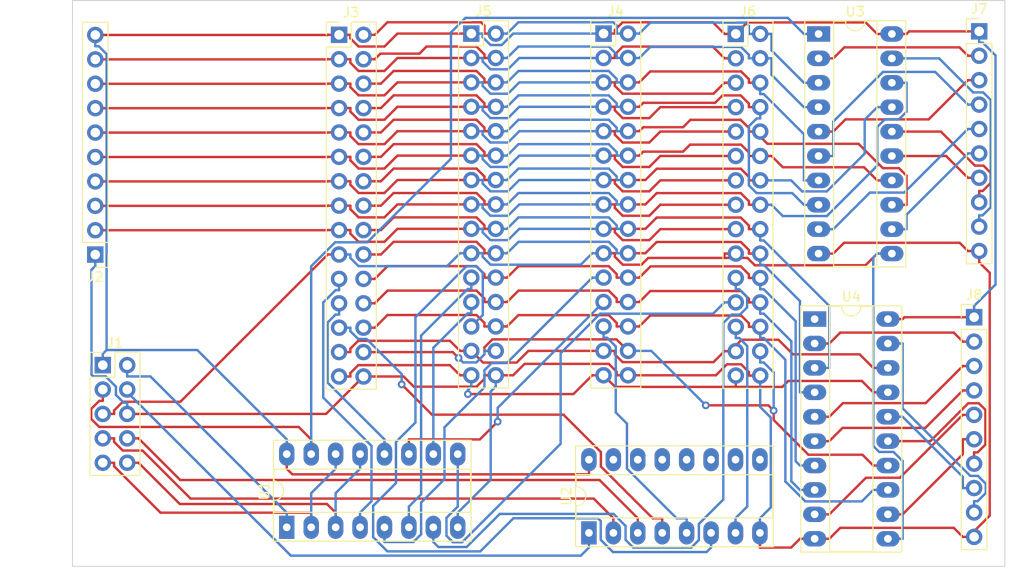
<source format=kicad_pcb>
(kicad_pcb (version 20211014) (generator pcbnew)
  (layers (0 "F.Cu" signal) (31 "B.Cu" signal) (34 "B.Paste" user) (35 "F.Paste" user) (36 "B.SilkS" user "B.Silkscreen") (37 "F.SilkS" user "F.Silkscreen") (38 "B.Mask" user) (39 "F.Mask" user) (44 "Edge.Cuts" user))
  (net 0 "")
  (net 1 "VCC")
  (net 2 "Net-(J1-Pad2)")
  (net 3 "Net-(J1-Pad3)")
  (net 4 "Net-(J1-Pad4)")
  (net 5 "/CLK")
  (net 6 "GND")
  (net 7 "Net-(J1-Pad7)")
  (net 8 "Net-(J1-Pad8)")
  (net 9 "Net-(J1-Pad9)")
  (net 10 "Net-(J1-Pad10)")
  (net 11 "/D_{7}")
  (net 12 "/D_{6}")
  (net 13 "/D_{5}")
  (net 14 "/D_{4}")
  (net 15 "/D_{3}")
  (net 16 "/D_{2}")
  (net 17 "/D_{1}")
  (net 18 "/D_{0}")
  (net 19 "/RS_{7}")
  (net 20 "/RS_{6}")
  (net 21 "/RS_{5}")
  (net 22 "/RS_{4}")
  (net 23 "/RS_{3}")
  (net 24 "/RS_{2}")
  (net 25 "/RS_{1}")
  (net 26 "/RS_{0}")
  (net 27 "/RD_{7}")
  (net 28 "/RD_{6}")
  (net 29 "/RD_{5}")
  (net 30 "/RD_{4}")
  (net 31 "/RD_{3}")
  (net 32 "/RD_{2}")
  (net 33 "/RD_{1}")
  (net 34 "/RD_{0}")
  (net 35 "Net-(J3-Pad21)")
  (net 36 "Net-(J3-Pad23)")
  (net 37 "Net-(J3-Pad25)")
  (net 38 "Net-(J4-Pad21)")
  (net 39 "Net-(J4-Pad23)")
  (net 40 "Net-(J4-Pad25)")
  (net 41 "Net-(J5-Pad21)")
  (net 42 "Net-(J5-Pad23)")
  (net 43 "Net-(J5-Pad25)")
  (net 44 "Net-(J6-Pad21)")
  (net 45 "Net-(J6-Pad23)")
  (net 46 "Net-(J6-Pad25)")
  (net 47 "Net-(J7-Pad2)")
  (net 48 "Net-(J7-Pad3)")
  (net 49 "Net-(J7-Pad4)")
  (net 50 "Net-(J7-Pad5)")
  (net 51 "Net-(J7-Pad6)")
  (net 52 "Net-(J7-Pad7)")
  (net 53 "Net-(J7-Pad8)")
  (net 54 "Net-(J7-Pad9)")
  (net 55 "Net-(J8-Pad2)")
  (net 56 "Net-(J8-Pad3)")
  (net 57 "Net-(J8-Pad4)")
  (net 58 "Net-(J8-Pad5)")
  (net 59 "Net-(J8-Pad6)")
  (net 60 "Net-(J8-Pad7)")
  (net 61 "Net-(J8-Pad8)")
  (net 62 "Net-(J8-Pad9)")
  (footprint "Connector_PinHeader_2.54mm:PinHeader_1x10_P2.54mm_Vertical" (layer "F.Cu") (at 111.18 51.135)
    (fp_text reference "J8")
    (fp_text value "Conn_01x10")
  )
  (footprint "Connector_PinHeader_2.54mm:PinHeader_2x15_P2.54mm_Vertical" (layer "F.Cu") (at 72.65 21.615)
    (fp_text reference "J4")
    (fp_text value "Conn_02x15_Counter_Clockwise")
  )
  (footprint "Package_DIP:DIP-16_W7.62mm_Socket_LongPads" (layer "F.Cu") (at 39.71 73 90)
    (fp_text reference "U1")
    (fp_text value "74LS139")
  )
  (footprint "Connector_PinHeader_2.54mm:PinHeader_2x15_P2.54mm_Vertical" (layer "F.Cu") (at 58.9 21.615)
    (fp_text reference "J5")
    (fp_text value "Conn_02x15_Counter_Clockwise")
  )
  (footprint "Connector_PinHeader_2.54mm:PinHeader_2x15_P2.54mm_Vertical" (layer "F.Cu") (at 86.4 21.65)
    (fp_text reference "J6")
    (fp_text value "Conn_02x15_Counter_Clockwise")
  )
  (footprint "Connector_PinHeader_2.54mm:PinHeader_2x05_P2.54mm_Vertical" (layer "F.Cu") (at 20.58 56.12)
    (fp_text reference "J1")
    (fp_text value "Conn_02x05_Counter_Clockwise")
  )
  (footprint "Package_DIP:DIP-20_W7.62mm_Socket_LongPads" (layer "F.Cu") (at 94.6 51.33)
    (fp_text reference "U4")
    (fp_text value "74LS377")
  )
  (footprint "Package_DIP:DIP-16_W7.62mm_Socket_LongPads" (layer "F.Cu") (at 71.13 73.58 90)
    (fp_text reference "U2")
    (fp_text value "74LS139")
  )
  (footprint "Connector_PinHeader_2.54mm:PinHeader_1x10_P2.54mm_Vertical" (layer "F.Cu") (at 111.71 21.385)
    (fp_text reference "J7")
    (fp_text value "Conn_01x10")
  )
  (footprint "Connector_PinHeader_2.54mm:PinHeader_1x10_P2.54mm_Vertical" (layer "F.Cu") (at 19.8 44.62 180)
    (fp_text reference "J2")
    (fp_text value "Conn_01x10")
  )
  (footprint "Connector_PinHeader_2.54mm:PinHeader_2x15_P2.54mm_Vertical" (layer "F.Cu") (at 45.15 21.745)
    (fp_text reference "J3")
    (fp_text value "Conn_02x15_Counter_Clockwise")
  )
  (footprint "Package_DIP:DIP-20_W7.62mm_Socket_LongPads" (layer "F.Cu") (at 95.01 21.655)
    (fp_text reference "U3")
    (fp_text value "74LS377")
  )
  (gr_rect (start 17.43 18.17) (end 114.38 77.06) (layer "Edge.Cuts") (width 0.1) (fill none))
  (segment (start 111.18 51.135) (end 103.9401 51.135) (width 0.25) (layer "F.Cu") (net 1))
  (segment (start 85.8125 21.65) (end 86.3892 21.65) (width 0.25) (layer "F.Cu") (net 1))
  (segment (start 103.9401 51.135) (end 103.7451 51.33) (width 0.25) (layer "F.Cu") (net 1))
  (segment (start 85.8125 21.65) (end 85.2249 21.65) (width 0.25) (layer "F.Cu") (net 1))
  (segment (start 84.0148 20.4399) (end 74.6329 20.4399) (width 0.25) (layer "F.Cu") (net 1))
  (segment (start 102.63 21.655) (end 104.1551 21.655) (width 0.25) (layer "F.Cu") (net 1))
  (segment (start 49.8711 22.9608) (end 51.2169 21.615) (width 0.25) (layer "F.Cu") (net 1))
  (segment (start 102.22 51.33) (end 103.7451 51.33) (width 0.25) (layer "F.Cu") (net 1))
  (segment (start 87.5827 20.4565) (end 99.9064 20.4565) (width 0.25) (layer "F.Cu") (net 1))
  (segment (start 86.4 21.65) (end 86.3892 21.65) (width 0.25) (layer "F.Cu") (net 1))
  (segment (start 102.63 21.655) (end 101.1049 21.655) (width 0.25) (layer "F.Cu") (net 1))
  (segment (start 86.3892 21.65) (end 87.5827 20.4565) (width 0.25) (layer "F.Cu") (net 1))
  (segment (start 104.4251 21.385) (end 104.1551 21.655) (width 0.25) (layer "F.Cu") (net 1))
  (segment (start 99.9064 20.4565) (end 101.1049 21.655) (width 0.25) (layer "F.Cu") (net 1))
  (segment (start 40.29 67.4851) (end 39.71 66.9051) (width 0.25) (layer "F.Cu") (net 1))
  (segment (start 51.2169 21.615) (end 58.9 21.615) (width 0.25) (layer "F.Cu") (net 1))
  (segment (start 85.2249 21.65) (end 84.0148 20.4399) (width 0.25) (layer "F.Cu") (net 1))
  (segment (start 72.65 21.615) (end 73.8251 21.615) (width 0.25) (layer "F.Cu") (net 1))
  (segment (start 47.1737 22.9608) (end 49.8711 22.9608) (width 0.25) (layer "F.Cu") (net 1))
  (segment (start 39.71 65.38) (end 39.71 66.9051) (width 0.25) (layer "F.Cu") (net 1))
  (segment (start 46.3251 22.1122) (end 47.1737 22.9608) (width 0.25) (layer "F.Cu") (net 1))
  (segment (start 45.15 21.745) (end 46.3251 21.745) (width 0.25) (layer "F.Cu") (net 1))
  (segment (start 19.8 21.76) (end 43.9599 21.76) (width 0.25) (layer "F.Cu") (net 1))
  (segment (start 111.71 21.385) (end 104.4251 21.385) (width 0.25) (layer "F.Cu") (net 1))
  (segment (start 45.15 21.745) (end 43.9749 21.745) (width 0.25) (layer "F.Cu") (net 1))
  (segment (start 46.3251 21.745) (end 46.3251 22.1122) (width 0.25) (layer "F.Cu") (net 1))
  (segment (start 71.13 65.96) (end 71.13 67.4851) (width 0.25) (layer "F.Cu") (net 1))
  (segment (start 73.8251 21.2477) (end 73.8251 21.615) (width 0.25) (layer "F.Cu") (net 1))
  (segment (start 71.13 67.4851) (end 40.29 67.4851) (width 0.25) (layer "F.Cu") (net 1))
  (segment (start 43.9599 21.76) (end 43.9749 21.745) (width 0.25) (layer "F.Cu") (net 1))
  (segment (start 74.6329 20.4399) (end 73.8251 21.2477) (width 0.25) (layer "F.Cu") (net 1))
  (segment (start 19.8 22.9351) (end 20.1672 22.9351) (width 0.25) (layer "B.Cu") (net 1))
  (segment (start 60.0751 21.615) (end 60.0751 21.9822) (width 0.25) (layer "B.Cu") (net 1))
  (segment (start 19.8 21.76) (end 19.8 22.9351) (width 0.25) (layer "B.Cu") (net 1))
  (segment (start 39.71 63.8549) (end 30.4048 54.5497) (width 0.25) (layer "B.Cu") (net 1))
  (segment (start 111.18 51.135) (end 111.18 49.9599) (width 0.25) (layer "B.Cu") (net 1))
  (segment (start 113.4067 23.8896) (end 113.4067 47.7332) (width 0.25) (layer "B.Cu") (net 1))
  (segment (start 58.9 21.615) (end 60.0751 21.615) (width 0.25) (layer "B.Cu") (net 1))
  (segment (start 111.71 22.5601) (end 112.0772 22.5601) (width 0.25) (layer "B.Cu") (net 1))
  (segment (start 63.2518 21.615) (end 72.65 21.615) (width 0.25) (layer "B.Cu") (net 1))
  (segment (start 112.0772 22.5601) (end 113.4067 23.8896) (width 0.25) (layer "B.Cu") (net 1))
  (segment (start 30.4048 54.5497) (end 20.9752 54.5497) (width 0.25) (layer "B.Cu") (net 1))
  (segment (start 62.0626 22.8042) (end 63.2518 21.615) (width 0.25) (layer "B.Cu") (net 1))
  (segment (start 60.8971 22.8042) (end 62.0626 22.8042) (width 0.25) (layer "B.Cu") (net 1))
  (segment (start 20.58 56.12) (end 20.58 54.9449) (width 0.25) (layer "B.Cu") (net 1))
  (segment (start 39.71 65.38) (end 39.71 63.8549) (width 0.25) (layer "B.Cu") (net 1))
  (segment (start 113.4067 47.7332) (end 111.18 49.9599) (width 0.25) (layer "B.Cu") (net 1))
  (segment (start 20.1672 22.9351) (end 20.9752 23.7431) (width 0.25) (layer "B.Cu") (net 1))
  (segment (start 20.9752 54.5497) (end 20.58 54.9449) (width 0.25) (layer "B.Cu") (net 1))
  (segment (start 111.71 21.385) (end 111.71 22.5601) (width 0.25) (layer "B.Cu") (net 1))
  (segment (start 60.0751 21.9822) (end 60.8971 22.8042) (width 0.25) (layer "B.Cu") (net 1))
  (segment (start 20.9752 23.7431) (end 20.9752 54.5497) (width 0.25) (layer "B.Cu") (net 1))
  (segment (start 25.5302 57.2951) (end 39.71 71.4749) (width 0.25) (layer "B.Cu") (net 2))
  (segment (start 23.12 56.12) (end 23.12 57.2951) (width 0.25) (layer "B.Cu") (net 2))
  (segment (start 23.12 57.2951) (end 25.5302 57.2951) (width 0.25) (layer "B.Cu") (net 2))
  (segment (start 39.71 73) (end 39.71 71.4749) (width 0.25) (layer "B.Cu") (net 2))
  (segment (start 19.3725 61.7182) (end 20.2085 62.5542) (width 0.25) (layer "F.Cu") (net 3))
  (segment (start 40.9493 62.5542) (end 42.25 63.8549) (width 0.25) (layer "F.Cu") (net 3))
  (segment (start 20.58 58.66) (end 20.58 59.8351) (width 0.25) (layer "F.Cu") (net 3))
  (segment (start 20.2085 62.5542) (end 40.9493 62.5542) (width 0.25) (layer "F.Cu") (net 3))
  (segment (start 20.2128 59.8351) (end 19.3725 60.6754) (width 0.25) (layer "F.Cu") (net 3))
  (segment (start 42.25 65.38) (end 42.25 63.8549) (width 0.25) (layer "F.Cu") (net 3))
  (segment (start 20.58 59.8351) (end 20.2128 59.8351) (width 0.25) (layer "F.Cu") (net 3))
  (segment (start 19.3725 60.6754) (end 19.3725 61.7182) (width 0.25) (layer "F.Cu") (net 3))
  (segment (start 42.25 45.8255) (end 44.7405 43.335) (width 0.25) (layer "B.Cu") (net 3))
  (segment (start 56.7832 34.6356) (end 56.7832 21.4902) (width 0.25) (layer "B.Cu") (net 3))
  (segment (start 91.8117 19.9818) (end 93.4849 21.655) (width 0.25) (layer "B.Cu") (net 3))
  (segment (start 42.25 65.38) (end 42.25 45.8255) (width 0.25) (layer "B.Cu") (net 3))
  (segment (start 58.2916 19.9818) (end 91.8117 19.9818) (width 0.25) (layer "B.Cu") (net 3))
  (segment (start 95.01 21.655) (end 93.4849 21.655) (width 0.25) (layer "B.Cu") (net 3))
  (segment (start 48.0838 43.335) (end 56.7832 34.6356) (width 0.25) (layer "B.Cu") (net 3))
  (segment (start 56.7832 21.4902) (end 58.2916 19.9818) (width 0.25) (layer "B.Cu") (net 3))
  (segment (start 44.7405 43.335) (end 48.0838 43.335) (width 0.25) (layer "B.Cu") (net 3))
  (segment (start 71.13 73.58) (end 71.13 75.1051) (width 0.25) (layer "B.Cu") (net 4))
  (segment (start 23.12 58.9362) (end 40.1328 75.949) (width 0.25) (layer "B.Cu") (net 4))
  (segment (start 70.2861 75.949) (end 71.13 75.1051) (width 0.25) (layer "B.Cu") (net 4))
  (segment (start 40.1328 75.949) (end 70.2861 75.949) (width 0.25) (layer "B.Cu") (net 4))
  (segment (start 23.12 58.66) (end 23.12 58.9362) (width 0.25) (layer "B.Cu") (net 4))
  (segment (start 73.8251 44.8403) (end 73.8251 44.475) (width 0.25) (layer "F.Cu") (net 5))
  (segment (start 102.63 44.515) (end 101.1049 44.515) (width 0.25) (layer "F.Cu") (net 5))
  (segment (start 72.65 44.475) (end 73.8251 44.475) (width 0.25) (layer "F.Cu") (net 5))
  (segment (start 22.6598 59.93) (end 21.7551 60.8347) (width 0.25) (layer "F.Cu") (net 5))
  (segment (start 45.15 44.605) (end 43.9749 44.605) (width 0.25) (layer "F.Cu") (net 5))
  (segment (start 21.7551 60.8347) (end 21.7551 61.2) (width 0.25) (layer "F.Cu") (net 5))
  (segment (start 20.58 61.2) (end 21.7551 61.2) (width 0.25) (layer "F.Cu") (net 5))
  (segment (start 85.1892 44.9602) (end 77.3002 44.9602) (width 0.25) (layer "F.Cu") (net 5))
  (segment (start 86.4 44.51) (end 85.2249 44.51) (width 0.25) (layer "F.Cu") (net 5))
  (segment (start 85.2249 44.51) (end 85.2249 44.9245) (width 0.25) (layer "F.Cu") (net 5))
  (segment (start 88.3809 45.7287) (end 99.8912 45.7287) (width 0.25) (layer "F.Cu") (net 5))
  (segment (start 74.6526 45.6678) (end 73.8251 44.8403) (width 0.25) (layer "F.Cu") (net 5))
  (segment (start 99.8912 45.7287) (end 101.1049 44.515) (width 0.25) (layer "F.Cu") (net 5))
  (segment (start 28.6499 59.93) (end 22.6598 59.93) (width 0.25) (layer "F.Cu") (net 5))
  (segment (start 76.5926 45.6678) (end 74.6526 45.6678) (width 0.25) (layer "F.Cu") (net 5))
  (segment (start 85.2249 44.9245) (end 85.1892 44.9602) (width 0.25) (layer "F.Cu") (net 5))
  (segment (start 43.9749 44.605) (end 28.6499 59.93) (width 0.25) (layer "F.Cu") (net 5))
  (segment (start 87.6124 44.9602) (end 88.3809 45.7287) (width 0.25) (layer "F.Cu") (net 5))
  (segment (start 85.1892 44.9602) (end 87.6124 44.9602) (width 0.25) (layer "F.Cu") (net 5))
  (segment (start 77.3002 44.9602) (end 76.5926 45.6678) (width 0.25) (layer "F.Cu") (net 5))
  (segment (start 100.6948 64.5382) (end 101.3118 65.1552) (width 0.25) (layer "B.Cu") (net 5))
  (segment (start 60.0751 44.8422) (end 60.9021 45.6692) (width 0.25) (layer "B.Cu") (net 5))
  (segment (start 70.2807 45.6692) (end 71.4749 44.475) (width 0.25) (layer "B.Cu") (net 5))
  (segment (start 56.3779 45.822) (end 57.7249 44.475) (width 0.25) (layer "B.Cu") (net 5))
  (segment (start 102.63 44.515) (end 101.1049 44.515) (width 0.25) (layer "B.Cu") (net 5))
  (segment (start 101.1049 44.515) (end 100.6948 44.9251) (width 0.25) (layer "B.Cu") (net 5))
  (segment (start 101.3118 65.1552) (end 102.8033 65.1552) (width 0.25) (layer "B.Cu") (net 5))
  (segment (start 58.9 44.475) (end 60.0751 44.475) (width 0.25) (layer "B.Cu") (net 5))
  (segment (start 103.7451 66.097) (end 103.7451 74.19) (width 0.25) (layer "B.Cu") (net 5))
  (segment (start 102.22 74.19) (end 103.7451 74.19) (width 0.25) (layer "B.Cu") (net 5))
  (segment (start 60.9021 45.6692) (end 70.2807 45.6692) (width 0.25) (layer "B.Cu") (net 5))
  (segment (start 102.8033 65.1552) (end 103.7451 66.097) (width 0.25) (layer "B.Cu") (net 5))
  (segment (start 58.9 44.475) (end 57.7249 44.475) (width 0.25) (layer "B.Cu") (net 5))
  (segment (start 47.1749 45.822) (end 56.3779 45.822) (width 0.25) (layer "B.Cu") (net 5))
  (segment (start 45.15 44.605) (end 46.3251 44.605) (width 0.25) (layer "B.Cu") (net 5))
  (segment (start 100.6948 44.9251) (end 100.6948 64.5382) (width 0.25) (layer "B.Cu") (net 5))
  (segment (start 46.3251 44.9722) (end 47.1749 45.822) (width 0.25) (layer "B.Cu") (net 5))
  (segment (start 60.0751 44.475) (end 60.0751 44.8422) (width 0.25) (layer "B.Cu") (net 5))
  (segment (start 72.65 44.475) (end 71.4749 44.475) (width 0.25) (layer "B.Cu") (net 5))
  (segment (start 46.3251 44.605) (end 46.3251 44.9722) (width 0.25) (layer "B.Cu") (net 5))
  (segment (start 86.9569 56.0348) (end 85.4733 56.0348) (width 0.25) (layer "F.Cu") (net 6))
  (segment (start 110.5925 73.995) (end 112.8053 71.7822) (width 0.25) (layer "F.Cu") (net 6))
  (segment (start 88.91 73.58) (end 88.91 75.1051) (width 0.25) (layer "F.Cu") (net 6))
  (segment (start 88.94 57.21) (end 87.7649 57.21) (width 0.25) (layer "F.Cu") (net 6))
  (segment (start 43.795 61.2) (end 23.12 61.2) (width 0.25) (layer "F.Cu") (net 6))
  (segment (start 110.0049 73.995) (end 109.0644 73.0545) (width 0.25) (layer "F.Cu") (net 6))
  (segment (start 111.18 73.995) (end 110.5925 73.995) (width 0.25) (layer "F.Cu") (net 6))
  (segment (start 88.91 75.1051) (end 92.1598 75.1051) (width 0.25) (layer "F.Cu") (net 6))
  (segment (start 75.19 57.175) (end 74.0149 57.175) (width 0.25) (layer "F.Cu") (net 6))
  (segment (start 74.0149 56.8098) (end 74.0149 57.175) (width 0.25) (layer "F.Cu") (net 6))
  (segment (start 97.6636 43.3865) (end 96.5351 44.515) (width 0.25) (layer "F.Cu") (net 6))
  (segment (start 110.5925 73.995) (end 110.0049 73.995) (width 0.25) (layer "F.Cu") (net 6))
  (segment (start 47.69 57.305) (end 48.8651 57.305) (width 0.25) (layer "F.Cu") (net 6))
  (segment (start 61.44 57.175) (end 62.6151 57.175) (width 0.25) (layer "F.Cu") (net 6))
  (segment (start 109.0644 73.0545) (end 97.2606 73.0545) (width 0.25) (layer "F.Cu") (net 6))
  (segment (start 64.441 55.9856) (end 73.1907 55.9856) (width 0.25) (layer "F.Cu") (net 6))
  (segment (start 94.6 74.19) (end 96.1251 74.19) (width 0.25) (layer "F.Cu") (net 6))
  (segment (start 87.7649 57.21) (end 87.7649 56.8428) (width 0.25) (layer "F.Cu") (net 6))
  (segment (start 87.7649 56.8428) (end 86.9569 56.0348) (width 0.25) (layer "F.Cu") (net 6))
  (segment (start 92.1598 75.1051) (end 93.0749 74.19) (width 0.25) (layer "F.Cu") (net 6))
  (segment (start 109.6764 43.3865) (end 97.6636 43.3865) (width 0.25) (layer "F.Cu") (net 6))
  (segment (start 111.71 44.245) (end 110.5349 44.245) (width 0.25) (layer "F.Cu") (net 6))
  (segment (start 94.6 74.19) (end 93.0749 74.19) (width 0.25) (layer "F.Cu") (net 6))
  (segment (start 52.9231 58.3651) (end 51.863 57.305) (width 0.25) (layer "F.Cu") (net 6))
  (segment (start 59.44 58.3651) (end 52.9231 58.3651) (width 0.25) (layer "F.Cu") (net 6))
  (segment (start 97.2606 73.0545) (end 96.1251 74.19) (width 0.25) (layer "F.Cu") (net 6))
  (segment (start 111.71 44.245) (end 111.71 45.4201) (width 0.25) (layer "F.Cu") (net 6))
  (segment (start 84.3331 57.175) (end 75.19 57.175) (width 0.25) (layer "F.Cu") (net 6))
  (segment (start 112.8053 46.5154) (end 111.71 45.4201) (width 0.25) (layer "F.Cu") (net 6))
  (segment (start 61.44 57.175) (end 60.2649 57.175) (width 0.25) (layer "F.Cu") (net 6))
  (segment (start 73.1907 55.9856) (end 74.0149 56.8098) (width 0.25) (layer "F.Cu") (net 6))
  (segment (start 62.6151 57.175) (end 63.2516 57.175) (width 0.25) (layer "F.Cu") (net 6))
  (segment (start 85.4733 56.0348) (end 84.3331 57.175) (width 0.25) (layer "F.Cu") (net 6))
  (segment (start 47.69 57.305) (end 43.795 61.2) (width 0.25) (layer "F.Cu") (net 6))
  (segment (start 60.2649 57.5402) (end 59.44 58.3651) (width 0.25) (layer "F.Cu") (net 6))
  (segment (start 110.5349 44.245) (end 109.6764 43.3865) (width 0.25) (layer "F.Cu") (net 6))
  (segment (start 95.01 44.515) (end 96.5351 44.515) (width 0.25) (layer "F.Cu") (net 6))
  (segment (start 51.863 57.305) (end 48.8651 57.305) (width 0.25) (layer "F.Cu") (net 6))
  (segment (start 60.2649 57.175) (end 60.2649 57.5402) (width 0.25) (layer "F.Cu") (net 6))
  (segment (start 63.2516 57.175) (end 64.441 55.9856) (width 0.25) (layer "F.Cu") (net 6))
  (segment (start 112.8053 71.7822) (end 112.8053 46.5154) (width 0.25) (layer "F.Cu") (net 6))
  (segment (start 90.0383 70.9266) (end 88.91 72.0549) (width 0.25) (layer "B.Cu") (net 6))
  (segment (start 19.5892 57.2952) (end 19.4048 57.1108) (width 0.25) (layer "B.Cu") (net 6))
  (segment (start 88.94 60.4822) (end 90.0383 61.5805) (width 0.25) (layer "B.Cu") (net 6))
  (segment (start 88.94 57.21) (end 88.94 58.3851) (width 0.25) (layer "B.Cu") (net 6))
  (segment (start 23.12 61.2) (end 23.12 60.0249) (width 0.25) (layer "B.Cu") (net 6))
  (segment (start 19.4048 46.1903) (end 19.8 45.7951) (width 0.25) (layer "B.Cu") (net 6))
  (segment (start 60.9162 58.8739) (end 60.9162 68.0487) (width 0.25) (layer "B.Cu") (net 6))
  (segment (start 19.8 44.62) (end 19.8 45.7951) (width 0.25) (layer "B.Cu") (net 6))
  (segment (start 61.44 57.175) (end 61.44 58.3501) (width 0.25) (layer "B.Cu") (net 6))
  (segment (start 57.49 73) (end 57.49 71.4749) (width 0.25) (layer "B.Cu") (net 6))
  (segment (start 88.94 58.3851) (end 88.94 60.4822) (width 0.25) (layer "B.Cu") (net 6))
  (segment (start 21.9449 58.36) (end 20.8801 57.2952) (width 0.25) (layer "B.Cu") (net 6))
  (segment (start 19.4048 57.1108) (end 19.4048 46.1903) (width 0.25) (layer "B.Cu") (net 6))
  (segment (start 90.0383 61.5805) (end 90.0383 70.9266) (width 0.25) (layer "B.Cu") (net 6))
  (segment (start 60.9162 68.0487) (end 57.49 71.4749) (width 0.25) (layer "B.Cu") (net 6))
  (segment (start 23.12 60.0249) (end 22.7527 60.0249) (width 0.25) (layer "B.Cu") (net 6))
  (segment (start 20.8801 57.2952) (end 19.5892 57.2952) (width 0.25) (layer "B.Cu") (net 6))
  (segment (start 88.91 73.58) (end 88.91 72.0549) (width 0.25) (layer "B.Cu") (net 6))
  (segment (start 21.9449 59.2171) (end 21.9449 58.36) (width 0.25) (layer "B.Cu") (net 6))
  (segment (start 22.7527 60.0249) (end 21.9449 59.2171) (width 0.25) (layer "B.Cu") (net 6))
  (segment (start 61.44 58.3501) (end 60.9162 58.8739) (width 0.25) (layer "B.Cu") (net 6))
  (segment (start 73.67 73.58) (end 73.67 72.0549) (width 0.25) (layer "F.Cu") (net 7))
  (segment (start 71.6237 70.0086) (end 29.7074 70.0086) (width 0.25) (layer "F.Cu") (net 7))
  (segment (start 20.58 63.74) (end 21.7551 63.74) (width 0.25) (layer "F.Cu") (net 7))
  (segment (start 73.67 72.0549) (end 71.6237 70.0086) (width 0.25) (layer "F.Cu") (net 7))
  (segment (start 21.7551 64.1053) (end 21.7551 63.74) (width 0.25) (layer "F.Cu") (net 7))
  (segment (start 22.6598 65.01) (end 21.7551 64.1053) (width 0.25) (layer "F.Cu") (net 7))
  (segment (start 29.7074 70.0086) (end 24.7088 65.01) (width 0.25) (layer "F.Cu") (net 7))
  (segment (start 24.7088 65.01) (end 22.6598 65.01) (width 0.25) (layer "F.Cu") (net 7))
  (segment (start 23.12 63.74) (end 24.2951 63.74) (width 0.25) (layer "F.Cu") (net 8))
  (segment (start 72.232 68.0769) (end 28.632 68.0769) (width 0.25) (layer "F.Cu") (net 8))
  (segment (start 76.21 73.58) (end 76.21 72.0549) (width 0.25) (layer "F.Cu") (net 8))
  (segment (start 28.632 68.0769) (end 24.2951 63.74) (width 0.25) (layer "F.Cu") (net 8))
  (segment (start 76.21 72.0549) (end 72.232 68.0769) (width 0.25) (layer "F.Cu") (net 8))
  (segment (start 42.25 73) (end 42.25 71.4749) (width 0.25) (layer "F.Cu") (net 9))
  (segment (start 26.5828 71.4749) (end 42.25 71.4749) (width 0.25) (layer "F.Cu") (net 9))
  (segment (start 21.7551 66.6472) (end 26.5828 71.4749) (width 0.25) (layer "F.Cu") (net 9))
  (segment (start 21.7551 66.28) (end 21.7551 66.6472) (width 0.25) (layer "F.Cu") (net 9))
  (segment (start 20.58 66.28) (end 21.7551 66.28) (width 0.25) (layer "F.Cu") (net 9))
  (segment (start 44.79 66.9051) (end 42.25 69.4451) (width 0.25) (layer "B.Cu") (net 9))
  (segment (start 44.79 65.38) (end 44.79 66.9051) (width 0.25) (layer "B.Cu") (net 9))
  (segment (start 42.25 69.4451) (end 42.25 73) (width 0.25) (layer "B.Cu") (net 9))
  (segment (start 28.5898 70.5747) (end 24.2951 66.28) (width 0.25) (layer "F.Cu") (net 10))
  (segment (start 23.12 66.28) (end 24.2951 66.28) (width 0.25) (layer "F.Cu") (net 10))
  (segment (start 44.79 73) (end 44.79 71.4749) (width 0.25) (layer "F.Cu") (net 10))
  (segment (start 44.79 71.4749) (end 43.8898 70.5747) (width 0.25) (layer "F.Cu") (net 10))
  (segment (start 43.8898 70.5747) (end 28.5898 70.5747) (width 0.25) (layer "F.Cu") (net 10))
  (segment (start 47.33 66.9051) (end 44.79 69.4451) (width 0.25) (layer "B.Cu") (net 10))
  (segment (start 44.79 69.4451) (end 44.79 73) (width 0.25) (layer "B.Cu") (net 10))
  (segment (start 47.33 65.38) (end 47.33 66.9051) (width 0.25) (layer "B.Cu") (net 10))
  (segment (start 78.5519 41.97) (end 86.4 41.97) (width 0.25) (layer "F.Cu") (net 11))
  (segment (start 51.2169 41.935) (end 58.9 41.935) (width 0.25) (layer "F.Cu") (net 11))
  (segment (start 49.8675 43.2844) (end 51.2169 41.935) (width 0.25) (layer "F.Cu") (net 11))
  (segment (start 46.3251 42.065) (end 46.3251 42.4322) (width 0.25) (layer "F.Cu") (net 11))
  (segment (start 43.9599 42.08) (end 43.9749 42.065) (width 0.25) (layer "F.Cu") (net 11))
  (segment (start 45.15 42.065) (end 43.9749 42.065) (width 0.25) (layer "F.Cu") (net 11))
  (segment (start 74.6368 43.1139) (end 77.408 43.1139) (width 0.25) (layer "F.Cu") (net 11))
  (segment (start 19.8 42.08) (end 43.9599 42.08) (width 0.25) (layer "F.Cu") (net 11))
  (segment (start 77.408 43.1139) (end 78.5519 41.97) (width 0.25) (layer "F.Cu") (net 11))
  (segment (start 72.65 41.935) (end 73.8251 41.935) (width 0.25) (layer "F.Cu") (net 11))
  (segment (start 73.8251 42.3022) (end 74.6368 43.1139) (width 0.25) (layer "F.Cu") (net 11))
  (segment (start 45.15 42.065) (end 46.3251 42.065) (width 0.25) (layer "F.Cu") (net 11))
  (segment (start 46.3251 42.4322) (end 47.1773 43.2844) (width 0.25) (layer "F.Cu") (net 11))
  (segment (start 47.1773 43.2844) (end 49.8675 43.2844) (width 0.25) (layer "F.Cu") (net 11))
  (segment (start 73.8251 41.935) (end 73.8251 42.3022) (width 0.25) (layer "F.Cu") (net 11))
  (segment (start 60.0751 42.3022) (end 60.8852 43.1123) (width 0.25) (layer "B.Cu") (net 11))
  (segment (start 60.8852 43.1123) (end 62.711 43.1123) (width 0.25) (layer "B.Cu") (net 11))
  (segment (start 58.9 41.935) (end 60.0751 41.935) (width 0.25) (layer "B.Cu") (net 11))
  (segment (start 62.711 43.1123) (end 63.8883 41.935) (width 0.25) (layer "B.Cu") (net 11))
  (segment (start 60.0751 41.935) (end 60.0751 42.3022) (width 0.25) (layer "B.Cu") (net 11))
  (segment (start 63.8883 41.935) (end 72.65 41.935) (width 0.25) (layer "B.Cu") (net 11))
  (segment (start 72.65 39.395) (end 73.8251 39.395) (width 0.25) (layer "F.Cu") (net 12))
  (segment (start 73.8251 39.7622) (end 74.6368 40.5739) (width 0.25) (layer "F.Cu") (net 12))
  (segment (start 45.15 39.525) (end 46.3251 39.525) (width 0.25) (layer "F.Cu") (net 12))
  (segment (start 43.9599 39.54) (end 43.9749 39.525) (width 0.25) (layer "F.Cu") (net 12))
  (segment (start 46.3251 39.525) (end 46.3251 39.8922) (width 0.25) (layer "F.Cu") (net 12))
  (segment (start 51.2169 39.395) (end 58.9 39.395) (width 0.25) (layer "F.Cu") (net 12))
  (segment (start 78.5519 39.43) (end 86.4 39.43) (width 0.25) (layer "F.Cu") (net 12))
  (segment (start 46.3251 39.8922) (end 47.1773 40.7444) (width 0.25) (layer "F.Cu") (net 12))
  (segment (start 47.1773 40.7444) (end 49.8675 40.7444) (width 0.25) (layer "F.Cu") (net 12))
  (segment (start 49.8675 40.7444) (end 51.2169 39.395) (width 0.25) (layer "F.Cu") (net 12))
  (segment (start 19.8 39.54) (end 43.9599 39.54) (width 0.25) (layer "F.Cu") (net 12))
  (segment (start 73.8251 39.395) (end 73.8251 39.7622) (width 0.25) (layer "F.Cu") (net 12))
  (segment (start 45.15 39.525) (end 43.9749 39.525) (width 0.25) (layer "F.Cu") (net 12))
  (segment (start 74.6368 40.5739) (end 77.408 40.5739) (width 0.25) (layer "F.Cu") (net 12))
  (segment (start 77.408 40.5739) (end 78.5519 39.43) (width 0.25) (layer "F.Cu") (net 12))
  (segment (start 58.9 39.395) (end 60.0751 39.395) (width 0.25) (layer "B.Cu") (net 12))
  (segment (start 62.711 40.5723) (end 63.8883 39.395) (width 0.25) (layer "B.Cu") (net 12))
  (segment (start 60.8852 40.5723) (end 62.711 40.5723) (width 0.25) (layer "B.Cu") (net 12))
  (segment (start 60.0751 39.7622) (end 60.8852 40.5723) (width 0.25) (layer "B.Cu") (net 12))
  (segment (start 60.0751 39.395) (end 60.0751 39.7622) (width 0.25) (layer "B.Cu") (net 12))
  (segment (start 63.8883 39.395) (end 72.65 39.395) (width 0.25) (layer "B.Cu") (net 12))
  (segment (start 73.8251 36.855) (end 73.8251 37.2222) (width 0.25) (layer "F.Cu") (net 13))
  (segment (start 19.8 37) (end 43.9599 37) (width 0.25) (layer "F.Cu") (net 13))
  (segment (start 74.6368 38.0339) (end 77.408 38.0339) (width 0.25) (layer "F.Cu") (net 13))
  (segment (start 72.65 36.855) (end 73.8251 36.855) (width 0.25) (layer "F.Cu") (net 13))
  (segment (start 46.3251 37.3522) (end 47.1773 38.2044) (width 0.25) (layer "F.Cu") (net 13))
  (segment (start 51.2169 36.855) (end 58.9 36.855) (width 0.25) (layer "F.Cu") (net 13))
  (segment (start 46.3251 36.985) (end 46.3251 37.3522) (width 0.25) (layer "F.Cu") (net 13))
  (segment (start 45.15 36.985) (end 43.9749 36.985) (width 0.25) (layer "F.Cu") (net 13))
  (segment (start 49.8675 38.2044) (end 51.2169 36.855) (width 0.25) (layer "F.Cu") (net 13))
  (segment (start 45.15 36.985) (end 46.3251 36.985) (width 0.25) (layer "F.Cu") (net 13))
  (segment (start 43.9599 37) (end 43.9749 36.985) (width 0.25) (layer "F.Cu") (net 13))
  (segment (start 77.408 38.0339) (end 78.5519 36.89) (width 0.25) (layer "F.Cu") (net 13))
  (segment (start 78.5519 36.89) (end 86.4 36.89) (width 0.25) (layer "F.Cu") (net 13))
  (segment (start 73.8251 37.2222) (end 74.6368 38.0339) (width 0.25) (layer "F.Cu") (net 13))
  (segment (start 47.1773 38.2044) (end 49.8675 38.2044) (width 0.25) (layer "F.Cu") (net 13))
  (segment (start 63.8883 36.855) (end 72.65 36.855) (width 0.25) (layer "B.Cu") (net 13))
  (segment (start 60.0751 37.2222) (end 60.8852 38.0323) (width 0.25) (layer "B.Cu") (net 13))
  (segment (start 58.9 36.855) (end 60.0751 36.855) (width 0.25) (layer "B.Cu") (net 13))
  (segment (start 60.0751 36.855) (end 60.0751 37.2222) (width 0.25) (layer "B.Cu") (net 13))
  (segment (start 62.711 38.0323) (end 63.8883 36.855) (width 0.25) (layer "B.Cu") (net 13))
  (segment (start 60.8852 38.0323) (end 62.711 38.0323) (width 0.25) (layer "B.Cu") (net 13))
  (segment (start 46.3251 34.8122) (end 47.1773 35.6644) (width 0.25) (layer "F.Cu") (net 14))
  (segment (start 78.5519 34.35) (end 86.4 34.35) (width 0.25) (layer "F.Cu") (net 14))
  (segment (start 72.65 34.315) (end 73.8251 34.315) (width 0.25) (layer "F.Cu") (net 14))
  (segment (start 43.9599 34.46) (end 43.9749 34.445) (width 0.25) (layer "F.Cu") (net 14))
  (segment (start 74.6368 35.4939) (end 77.408 35.4939) (width 0.25) (layer "F.Cu") (net 14))
  (segment (start 77.408 35.4939) (end 78.5519 34.35) (width 0.25) (layer "F.Cu") (net 14))
  (segment (start 46.3251 34.445) (end 46.3251 34.8122) (width 0.25) (layer "F.Cu") (net 14))
  (segment (start 47.1773 35.6644) (end 49.8675 35.6644) (width 0.25) (layer "F.Cu") (net 14))
  (segment (start 73.8251 34.315) (end 73.8251 34.6822) (width 0.25) (layer "F.Cu") (net 14))
  (segment (start 45.15 34.445) (end 46.3251 34.445) (width 0.25) (layer "F.Cu") (net 14))
  (segment (start 19.8 34.46) (end 43.9599 34.46) (width 0.25) (layer "F.Cu") (net 14))
  (segment (start 49.8675 35.6644) (end 51.2169 34.315) (width 0.25) (layer "F.Cu") (net 14))
  (segment (start 51.2169 34.315) (end 58.9 34.315) (width 0.25) (layer "F.Cu") (net 14))
  (segment (start 45.15 34.445) (end 43.9749 34.445) (width 0.25) (layer "F.Cu") (net 14))
  (segment (start 73.8251 34.6822) (end 74.6368 35.4939) (width 0.25) (layer "F.Cu") (net 14))
  (segment (start 62.711 35.4923) (end 63.8883 34.315) (width 0.25) (layer "B.Cu") (net 14))
  (segment (start 60.0751 34.6822) (end 60.8852 35.4923) (width 0.25) (layer "B.Cu") (net 14))
  (segment (start 60.8852 35.4923) (end 62.711 35.4923) (width 0.25) (layer "B.Cu") (net 14))
  (segment (start 60.0751 34.315) (end 60.0751 34.6822) (width 0.25) (layer "B.Cu") (net 14))
  (segment (start 58.9 34.315) (end 60.0751 34.315) (width 0.25) (layer "B.Cu") (net 14))
  (segment (start 63.8883 34.315) (end 72.65 34.315) (width 0.25) (layer "B.Cu") (net 14))
  (segment (start 78.5519 31.81) (end 86.4 31.81) (width 0.25) (layer "F.Cu") (net 15))
  (segment (start 72.65 31.775) (end 73.8251 31.775) (width 0.25) (layer "F.Cu") (net 15))
  (segment (start 43.9599 31.92) (end 43.9749 31.905) (width 0.25) (layer "F.Cu") (net 15))
  (segment (start 49.8675 33.1244) (end 51.2169 31.775) (width 0.25) (layer "F.Cu") (net 15))
  (segment (start 73.8251 32.1422) (end 74.6368 32.9539) (width 0.25) (layer "F.Cu") (net 15))
  (segment (start 46.3251 32.2722) (end 47.1773 33.1244) (width 0.25) (layer "F.Cu") (net 15))
  (segment (start 45.15 31.905) (end 43.9749 31.905) (width 0.25) (layer "F.Cu") (net 15))
  (segment (start 19.8 31.92) (end 43.9599 31.92) (width 0.25) (layer "F.Cu") (net 15))
  (segment (start 73.8251 31.775) (end 73.8251 32.1422) (width 0.25) (layer "F.Cu") (net 15))
  (segment (start 47.1773 33.1244) (end 49.8675 33.1244) (width 0.25) (layer "F.Cu") (net 15))
  (segment (start 51.2169 31.775) (end 58.9 31.775) (width 0.25) (layer "F.Cu") (net 15))
  (segment (start 46.3251 31.905) (end 46.3251 32.2722) (width 0.25) (layer "F.Cu") (net 15))
  (segment (start 74.6368 32.9539) (end 77.408 32.9539) (width 0.25) (layer "F.Cu") (net 15))
  (segment (start 45.15 31.905) (end 46.3251 31.905) (width 0.25) (layer "F.Cu") (net 15))
  (segment (start 77.408 32.9539) (end 78.5519 31.81) (width 0.25) (layer "F.Cu") (net 15))
  (segment (start 62.711 32.9523) (end 63.8883 31.775) (width 0.25) (layer "B.Cu") (net 15))
  (segment (start 60.8852 32.9523) (end 62.711 32.9523) (width 0.25) (layer "B.Cu") (net 15))
  (segment (start 63.8883 31.775) (end 72.65 31.775) (width 0.25) (layer "B.Cu") (net 15))
  (segment (start 60.0751 32.1422) (end 60.8852 32.9523) (width 0.25) (layer "B.Cu") (net 15))
  (segment (start 58.9 31.775) (end 60.0751 31.775) (width 0.25) (layer "B.Cu") (net 15))
  (segment (start 60.0751 31.775) (end 60.0751 32.1422) (width 0.25) (layer "B.Cu") (net 15))
  (segment (start 73.8251 29.235) (end 73.8251 29.6022) (width 0.25) (layer "F.Cu") (net 16))
  (segment (start 49.8675 30.5844) (end 51.2169 29.235) (width 0.25) (layer "F.Cu") (net 16))
  (segment (start 45.15 29.365) (end 46.3251 29.365) (width 0.25) (layer "F.Cu") (net 16))
  (segment (start 51.2169 29.235) (end 58.9 29.235) (width 0.25) (layer "F.Cu") (net 16))
  (segment (start 78.5519 29.27) (end 86.4 29.27) (width 0.25) (layer "F.Cu") (net 16))
  (segment (start 72.65 29.235) (end 73.8251 29.235) (width 0.25) (layer "F.Cu") (net 16))
  (segment (start 43.9599 29.38) (end 43.9749 29.365) (width 0.25) (layer "F.Cu") (net 16))
  (segment (start 73.8251 29.6022) (end 74.6368 30.4139) (width 0.25) (layer "F.Cu") (net 16))
  (segment (start 47.1773 30.5844) (end 49.8675 30.5844) (width 0.25) (layer "F.Cu") (net 16))
  (segment (start 46.3251 29.365) (end 46.3251 29.7322) (width 0.25) (layer "F.Cu") (net 16))
  (segment (start 77.408 30.4139) (end 78.5519 29.27) (width 0.25) (layer "F.Cu") (net 16))
  (segment (start 74.6368 30.4139) (end 77.408 30.4139) (width 0.25) (layer "F.Cu") (net 16))
  (segment (start 19.8 29.38) (end 43.9599 29.38) (width 0.25) (layer "F.Cu") (net 16))
  (segment (start 46.3251 29.7322) (end 47.1773 30.5844) (width 0.25) (layer "F.Cu") (net 16))
  (segment (start 45.15 29.365) (end 43.9749 29.365) (width 0.25) (layer "F.Cu") (net 16))
  (segment (start 60.0751 29.235) (end 60.0751 29.6022) (width 0.25) (layer "B.Cu") (net 16))
  (segment (start 63.8883 29.235) (end 72.65 29.235) (width 0.25) (layer "B.Cu") (net 16))
  (segment (start 60.8852 30.4123) (end 62.711 30.4123) (width 0.25) (layer "B.Cu") (net 16))
  (segment (start 62.711 30.4123) (end 63.8883 29.235) (width 0.25) (layer "B.Cu") (net 16))
  (segment (start 58.9 29.235) (end 60.0751 29.235) (width 0.25) (layer "B.Cu") (net 16))
  (segment (start 60.0751 29.6022) (end 60.8852 30.4123) (width 0.25) (layer "B.Cu") (net 16))
  (segment (start 74.6353 27.8705) (end 73.8251 27.0603) (width 0.25) (layer "F.Cu") (net 17))
  (segment (start 86.4 26.73) (end 85.2249 26.73) (width 0.25) (layer "F.Cu") (net 17))
  (segment (start 47.1773 28.0444) (end 49.8675 28.0444) (width 0.25) (layer "F.Cu") (net 17))
  (segment (start 19.8 26.84) (end 43.9599 26.84) (width 0.25) (layer "F.Cu") (net 17))
  (segment (start 51.2169 26.695) (end 58.9 26.695) (width 0.25) (layer "F.Cu") (net 17))
  (segment (start 72.65 26.695) (end 73.8251 26.695) (width 0.25) (layer "F.Cu") (net 17))
  (segment (start 45.15 26.825) (end 43.9749 26.825) (width 0.25) (layer "F.Cu") (net 17))
  (segment (start 43.9599 26.84) (end 43.9749 26.825) (width 0.25) (layer "F.Cu") (net 17))
  (segment (start 49.8675 28.0444) (end 51.2169 26.695) (width 0.25) (layer "F.Cu") (net 17))
  (segment (start 73.8251 27.0603) (end 73.8251 26.695) (width 0.25) (layer "F.Cu") (net 17))
  (segment (start 85.2249 26.73) (end 84.0844 27.8705) (width 0.25) (layer "F.Cu") (net 17))
  (segment (start 46.3251 27.1922) (end 47.1773 28.0444) (width 0.25) (layer "F.Cu") (net 17))
  (segment (start 84.0844 27.8705) (end 74.6353 27.8705) (width 0.25) (layer "F.Cu") (net 17))
  (segment (start 46.3251 26.825) (end 46.3251 27.1922) (width 0.25) (layer "F.Cu") (net 17))
  (segment (start 45.15 26.825) (end 46.3251 26.825) (width 0.25) (layer "F.Cu") (net 17))
  (segment (start 60.0751 26.695) (end 60.0751 27.0622) (width 0.25) (layer "B.Cu") (net 17))
  (segment (start 58.9 26.695) (end 60.0751 26.695) (width 0.25) (layer "B.Cu") (net 17))
  (segment (start 60.8852 27.8723) (end 62.711 27.8723) (width 0.25) (layer "B.Cu") (net 17))
  (segment (start 63.8883 26.695) (end 72.65 26.695) (width 0.25) (layer "B.Cu") (net 17))
  (segment (start 60.0751 27.0622) (end 60.8852 27.8723) (width 0.25) (layer "B.Cu") (net 17))
  (segment (start 62.711 27.8723) (end 63.8883 26.695) (width 0.25) (layer "B.Cu") (net 17))
  (segment (start 83.9993 22.9644) (end 74.6504 22.9644) (width 0.25) (layer "F.Cu") (net 18))
  (segment (start 74.6504 22.9644) (end 73.8251 23.7897) (width 0.25) (layer "F.Cu") (net 18))
  (segment (start 45.15 24.285) (end 46.3251 24.285) (width 0.25) (layer "F.Cu") (net 18))
  (segment (start 86.4 24.19) (end 85.2249 24.19) (width 0.25) (layer "F.Cu") (net 18))
  (segment (start 49.8675 25.5044) (end 51.2169 24.155) (width 0.25) (layer "F.Cu") (net 18))
  (segment (start 19.8 24.3) (end 43.9599 24.3) (width 0.25) (layer "F.Cu") (net 18))
  (segment (start 46.3251 24.285) (end 46.3251 24.6522) (width 0.25) (layer "F.Cu") (net 18))
  (segment (start 47.1773 25.5044) (end 49.8675 25.5044) (width 0.25) (layer "F.Cu") (net 18))
  (segment (start 46.3251 24.6522) (end 47.1773 25.5044) (width 0.25) (layer "F.Cu") (net 18))
  (segment (start 43.9599 24.3) (end 43.9749 24.285) (width 0.25) (layer "F.Cu") (net 18))
  (segment (start 85.2249 24.19) (end 83.9993 22.9644) (width 0.25) (layer "F.Cu") (net 18))
  (segment (start 72.65 24.155) (end 73.8251 24.155) (width 0.25) (layer "F.Cu") (net 18))
  (segment (start 73.8251 23.7897) (end 73.8251 24.155) (width 0.25) (layer "F.Cu") (net 18))
  (segment (start 51.2169 24.155) (end 58.9 24.155) (width 0.25) (layer "F.Cu") (net 18))
  (segment (start 45.15 24.285) (end 43.9749 24.285) (width 0.25) (layer "F.Cu") (net 18))
  (segment (start 60.0751 24.155) (end 60.0751 24.5222) (width 0.25) (layer "B.Cu") (net 18))
  (segment (start 60.8852 25.3323) (end 62.711 25.3323) (width 0.25) (layer "B.Cu") (net 18))
  (segment (start 60.0751 24.5222) (end 60.8852 25.3323) (width 0.25) (layer "B.Cu") (net 18))
  (segment (start 63.8883 24.155) (end 72.65 24.155) (width 0.25) (layer "B.Cu") (net 18))
  (segment (start 62.711 25.3323) (end 63.8883 24.155) (width 0.25) (layer "B.Cu") (net 18))
  (segment (start 58.9 24.155) (end 60.0751 24.155) (width 0.25) (layer "B.Cu") (net 18))
  (segment (start 64.8369 54.635) (end 72.65 54.635) (width 0.25) (layer "F.Cu") (net 19))
  (segment (start 46.3251 54.3978) (end 47.1351 53.5878) (width 0.25) (layer "F.Cu") (net 19))
  (segment (start 86.4 54.67) (end 85.8125 54.67) (width 0.25) (layer "F.Cu") (net 19))
  (segment (start 87.0067 53.4758) (end 90.8315 53.4758) (width 0.25) (layer "F.Cu") (net 19))
  (segment (start 56.6777 53.5878) (end 57.7249 54.635) (width 0.25) (layer "F.Cu") (net 19))
  (segment (start 45.15 54.765) (end 46.3251 54.765) (width 0.25) (layer "F.Cu") (net 19))
  (segment (start 99.2801 54.9952) (end 100.6949 56.41) (width 0.25) (layer "F.Cu") (net 19))
  (segment (start 58.9 54.635) (end 57.7249 54.635) (width 0.25) (layer "F.Cu") (net 19))
  (segment (start 72.65 54.635) (end 73.8251 54.635) (width 0.25) (layer "F.Cu") (net 19))
  (segment (start 58.9 54.635) (end 60.1186 55.8536) (width 0.25) (layer "F.Cu") (net 19))
  (segment (start 47.1351 53.5878) (end 56.6777 53.5878) (width 0.25) (layer "F.Cu") (net 19))
  (segment (start 85.8125 54.67) (end 87.0067 53.4758) (width 0.25) (layer "F.Cu") (net 19))
  (segment (start 85.8125 54.67) (end 85.2249 54.67) (width 0.25) (layer "F.Cu") (net 19))
  (segment (start 46.3251 54.765) (end 46.3251 54.3978) (width 0.25) (layer "F.Cu") (net 19))
  (segment (start 102.22 56.41) (end 100.6949 56.41) (width 0.25) (layer "F.Cu") (net 19))
  (segment (start 63.6183 55.8536) (end 64.8369 54.635) (width 0.25) (layer "F.Cu") (net 19))
  (segment (start 60.1186 55.8536) (end 63.6183 55.8536) (width 0.25) (layer "F.Cu") (net 19))
  (segment (start 85.2249 54.67) (end 84.0844 55.8105) (width 0.25) (layer "F.Cu") (net 19))
  (segment (start 92.3509 54.9952) (end 99.2801 54.9952) (width 0.25) (layer "F.Cu") (net 19))
  (segment (start 90.8315 53.4758) (end 92.3509 54.9952) (width 0.25) (layer "F.Cu") (net 19))
  (segment (start 84.0844 55.8105) (end 74.6353 55.8105) (width 0.25) (layer "F.Cu") (net 19))
  (segment (start 74.6353 55.8105) (end 73.8251 55.0003) (width 0.25) (layer "F.Cu") (net 19))
  (segment (start 73.8251 55.0003) (end 73.8251 54.635) (width 0.25) (layer "F.Cu") (net 19))
  (segment (start 102.22 58.95) (end 100.6949 58.95) (width 0.25) (layer "F.Cu") (net 20))
  (segment (start 47.1412 56.1236) (end 46.3251 56.9397) (width 0.25) (layer "F.Cu") (net 20))
  (segment (start 69.5177 59.1322) (end 71.4749 57.175) (width 0.25) (layer "F.Cu") (net 20))
  (segment (start 58.9 57.175) (end 57.7249 57.175) (width 0.25) (layer "F.Cu") (net 20))
  (segment (start 91.2418 58.3857) (end 91.8592 57.7683) (width 0.25) (layer "F.Cu") (net 20))
  (segment (start 58.5441 59.1322) (end 69.5177 59.1322) (width 0.25) (layer "F.Cu") (net 20))
  (segment (start 56.6735 56.1236) (end 47.1412 56.1236) (width 0.25) (layer "F.Cu") (net 20))
  (segment (start 86.4 57.21) (end 86.4 58.3857) (width 0.25) (layer "F.Cu") (net 20))
  (segment (start 91.8592 57.7683) (end 99.5132 57.7683) (width 0.25) (layer "F.Cu") (net 20))
  (segment (start 46.3251 56.9397) (end 46.3251 57.305) (width 0.25) (layer "F.Cu") (net 20))
  (segment (start 72.65 57.175) (end 71.4749 57.175) (width 0.25) (layer "F.Cu") (net 20))
  (segment (start 99.5132 57.7683) (end 100.6949 58.95) (width 0.25) (layer "F.Cu") (net 20))
  (segment (start 72.65 57.175) (end 73.8607 58.3857) (width 0.25) (layer "F.Cu") (net 20))
  (segment (start 57.7249 57.175) (end 56.6735 56.1236) (width 0.25) (layer "F.Cu") (net 20))
  (segment (start 73.8607 58.3857) (end 86.4 58.3857) (width 0.25) (layer "F.Cu") (net 20))
  (segment (start 45.15 57.305) (end 46.3251 57.305) (width 0.25) (layer "F.Cu") (net 20))
  (segment (start 86.4 58.3857) (end 91.2418 58.3857) (width 0.25) (layer "F.Cu") (net 20))
  (via (at 58.5441 59.1322) (size 0.8) (drill 0.4) (layers "F.Cu" "B.Cu") (net 20))
  (segment (start 58.5441 58.706) (end 58.5441 59.1322) (width 0.25) (layer "B.Cu") (net 20))
  (segment (start 58.9 57.175) (end 58.9 58.3501) (width 0.25) (layer "B.Cu") (net 20))
  (segment (start 58.9 58.3501) (end 58.5441 58.706) (width 0.25) (layer "B.Cu") (net 20))
  (segment (start 90.3385 61.8283) (end 90.3385 60.8554) (width 0.25) (layer "F.Cu") (net 21))
  (segment (start 47.69 54.765) (end 56.9698 54.765) (width 0.25) (layer "F.Cu") (net 21))
  (segment (start 56.9698 54.765) (end 57.5754 55.3706) (width 0.25) (layer "F.Cu") (net 21))
  (segment (start 61.0963 53.4384) (end 60.2649 54.2698) (width 0.25) (layer "F.Cu") (net 21))
  (segment (start 99.5697 65.4448) (end 93.955 65.4448) (width 0.25) (layer "F.Cu") (net 21))
  (segment (start 83.2807 60.3065) (end 89.7896 60.3065) (width 0.25) (layer "F.Cu") (net 21))
  (segment (start 102.22 66.57) (end 100.6949 66.57) (width 0.25) (layer "F.Cu") (net 21))
  (segment (start 75.19 54.635) (end 73.9934 53.4384) (width 0.25) (layer "F.Cu") (net 21))
  (segment (start 89.7896 60.3065) (end 90.3385 60.8554) (width 0.25) (layer "F.Cu") (net 21))
  (segment (start 61.44 54.635) (end 60.2649 54.635) (width 0.25) (layer "F.Cu") (net 21))
  (segment (start 100.6949 66.57) (end 99.5697 65.4448) (width 0.25) (layer "F.Cu") (net 21))
  (segment (start 60.2649 54.2698) (end 60.2649 54.635) (width 0.25) (layer "F.Cu") (net 21))
  (segment (start 93.955 65.4448) (end 90.3385 61.8283) (width 0.25) (layer "F.Cu") (net 21))
  (segment (start 73.9934 53.4384) (end 61.0963 53.4384) (width 0.25) (layer "F.Cu") (net 21))
  (via (at 57.5754 55.3706) (size 0.8) (drill 0.4) (layers "F.Cu" "B.Cu") (net 21))
  (via (at 83.2807 60.3065) (size 0.8) (drill 0.4) (layers "F.Cu" "B.Cu") (net 21))
  (via (at 90.3385 60.8554) (size 0.8) (drill 0.4) (layers "F.Cu" "B.Cu") (net 21))
  (segment (start 75.19 54.635) (end 77.6092 54.635) (width 0.25) (layer "B.Cu") (net 21))
  (segment (start 90.3385 60.8554) (end 90.3385 56.8784) (width 0.25) (layer "B.Cu") (net 21))
  (segment (start 60.2649 55.0002) (end 59.4269 55.8382) (width 0.25) (layer "B.Cu") (net 21))
  (segment (start 60.2649 54.635) (end 60.2649 55.0002) (width 0.25) (layer "B.Cu") (net 21))
  (segment (start 77.6092 54.635) (end 83.2807 60.3065) (width 0.25) (layer "B.Cu") (net 21))
  (segment (start 88.94 54.67) (end 88.94 55.8451) (width 0.25) (layer "B.Cu") (net 21))
  (segment (start 61.44 54.635) (end 60.2649 54.635) (width 0.25) (layer "B.Cu") (net 21))
  (segment (start 59.4269 55.8382) (end 58.043 55.8382) (width 0.25) (layer "B.Cu") (net 21))
  (segment (start 58.043 55.8382) (end 57.5754 55.3706) (width 0.25) (layer "B.Cu") (net 21))
  (segment (start 90.3385 56.8784) (end 89.3052 55.8451) (width 0.25) (layer "B.Cu") (net 21))
  (segment (start 89.3052 55.8451) (end 88.94 55.8451) (width 0.25) (layer "B.Cu") (net 21))
  (segment (start 47.69 52.225) (end 48.8651 52.225) (width 0.25) (layer "F.Cu") (net 22))
  (segment (start 87.7649 52.13) (end 87.7649 51.7628) (width 0.25) (layer "F.Cu") (net 22))
  (segment (start 86.9566 50.9545) (end 77.5056 50.9545) (width 0.25) (layer "F.Cu") (net 22))
  (segment (start 74.0149 51.7298) (end 74.0149 52.095) (width 0.25) (layer "F.Cu") (net 22))
  (segment (start 48.8651 52.225) (end 50.1857 50.9044) (width 0.25) (layer "F.Cu") (net 22))
  (segment (start 87.7649 51.7628) (end 86.9566 50.9545) (width 0.25) (layer "F.Cu") (net 22))
  (segment (start 59.4395 50.9044) (end 60.2649 51.7298) (width 0.25) (layer "F.Cu") (net 22))
  (segment (start 60.2649 51.7298) (end 60.2649 52.095) (width 0.25) (layer "F.Cu") (net 22))
  (segment (start 73.2049 50.9198) (end 74.0149 51.7298) (width 0.25) (layer "F.Cu") (net 22))
  (segment (start 75.19 52.095) (end 74.0149 52.095) (width 0.25) (layer "F.Cu") (net 22))
  (segment (start 88.94 52.13) (end 87.7649 52.13) (width 0.25) (layer "F.Cu") (net 22))
  (segment (start 62.6151 52.095) (end 63.7903 50.9198) (width 0.25) (layer "F.Cu") (net 22))
  (segment (start 61.44 52.095) (end 62.6151 52.095) (width 0.25) (layer "F.Cu") (net 22))
  (segment (start 50.1857 50.9044) (end 59.4395 50.9044) (width 0.25) (layer "F.Cu") (net 22))
  (segment (start 75.19 52.095) (end 76.3651 52.095) (width 0.25) (layer "F.Cu") (net 22))
  (segment (start 77.5056 50.9545) (end 76.3651 52.095) (width 0.25) (layer "F.Cu") (net 22))
  (segment (start 61.44 52.095) (end 60.2649 52.095) (width 0.25) (layer "F.Cu") (net 22))
  (segment (start 63.7903 50.9198) (end 73.2049 50.9198) (width 0.25) (layer "F.Cu") (net 22))
  (segment (start 89.3072 53.3051) (end 91.5533 55.5512) (width 0.25) (layer "B.Cu") (net 22))
  (segment (start 102.22 69.11) (end 100.6949 69.11) (width 0.25) (layer "B.Cu") (net 22))
  (segment (start 88.94 52.13) (end 88.94 53.3051) (width 0.25) (layer "B.Cu") (net 22))
  (segment (start 93.628 70.3005) (end 99.5044 70.3005) (width 0.25) (layer "B.Cu") (net 22))
  (segment (start 91.5533 55.5512) (end 91.5533 68.2258) (width 0.25) (layer "B.Cu") (net 22))
  (segment (start 99.5044 70.3005) (end 100.6949 69.11) (width 0.25) (layer "B.Cu") (net 22))
  (segment (start 88.94 53.3051) (end 89.3072 53.3051) (width 0.25) (layer "B.Cu") (net 22))
  (segment (start 91.5533 68.2258) (end 93.628 70.3005) (width 0.25) (layer "B.Cu") (net 22))
  (segment (start 48.8651 49.685) (end 50.1857 48.3644) (width 0.25) (layer "F.Cu") (net 23))
  (segment (start 63.8057 48.3644) (end 73.1895 48.3644) (width 0.25) (layer "F.Cu") (net 23))
  (segment (start 73.1895 48.3644) (end 74.0149 49.1898) (width 0.25) (layer "F.Cu") (net 23))
  (segment (start 61.44 49.555) (end 60.2649 49.555) (width 0.25) (layer "F.Cu") (net 23))
  (segment (start 59.4395 48.3644) (end 60.2649 49.1898) (width 0.25) (layer "F.Cu") (net 23))
  (segment (start 75.19 49.555) (end 76.3651 49.555) (width 0.25) (layer "F.Cu") (net 23))
  (segment (start 60.2649 49.1898) (end 60.2649 49.555) (width 0.25) (layer "F.Cu") (net 23))
  (segment (start 47.69 49.685) (end 48.8651 49.685) (width 0.25) (layer "F.Cu") (net 23))
  (segment (start 75.19 49.555) (end 74.0149 49.555) (width 0.25) (layer "F.Cu") (net 23))
  (segment (start 62.6151 49.555) (end 63.8057 48.3644) (width 0.25) (layer "F.Cu") (net 23))
  (segment (start 87.7649 49.59) (end 87.7649 49.2228) (width 0.25) (layer "F.Cu") (net 23))
  (segment (start 77.5056 48.4145) (end 76.3651 49.555) (width 0.25) (layer "F.Cu") (net 23))
  (segment (start 87.7649 49.2228) (end 86.9566 48.4145) (width 0.25) (layer "F.Cu") (net 23))
  (segment (start 61.44 49.555) (end 62.6151 49.555) (width 0.25) (layer "F.Cu") (net 23))
  (segment (start 86.9566 48.4145) (end 77.5056 48.4145) (width 0.25) (layer "F.Cu") (net 23))
  (segment (start 50.1857 48.3644) (end 59.4395 48.3644) (width 0.25) (layer "F.Cu") (net 23))
  (segment (start 88.94 49.59) (end 87.7649 49.59) (width 0.25) (layer "F.Cu") (net 23))
  (segment (start 74.0149 49.1898) (end 74.0149 49.555) (width 0.25) (layer "F.Cu") (net 23))
  (segment (start 88.94 49.59) (end 88.94 50.7651) (width 0.25) (layer "B.Cu") (net 23))
  (segment (start 89.3072 50.7651) (end 92.1747 53.6326) (width 0.25) (layer "B.Cu") (net 23))
  (segment (start 92.1747 53.6326) (end 92.1747 68.2098) (width 0.25) (layer "B.Cu") (net 23))
  (segment (start 92.1747 68.2098) (end 93.0749 69.11) (width 0.25) (layer "B.Cu") (net 23))
  (segment (start 88.94 50.7651) (end 89.3072 50.7651) (width 0.25) (layer "B.Cu") (net 23))
  (segment (start 94.6 69.11) (end 93.0749 69.11) (width 0.25) (layer "B.Cu") (net 23))
  (segment (start 77.5401 45.84) (end 76.3651 47.015) (width 0.25) (layer "F.Cu") (net 24))
  (segment (start 59.4395 45.8244) (end 60.2649 46.6498) (width 0.25) (layer "F.Cu") (net 24))
  (segment (start 88.94 47.05) (end 87.7649 47.05) (width 0.25) (layer "F.Cu") (net 24))
  (segment (start 48.8651 47.145) (end 50.1857 45.8244) (width 0.25) (layer "F.Cu") (net 24))
  (segment (start 47.69 47.145) (end 48.8651 47.145) (width 0.25) (layer "F.Cu") (net 24))
  (segment (start 61.44 47.015) (end 62.6151 47.015) (width 0.25) (layer "F.Cu") (net 24))
  (segment (start 61.44 47.015) (end 60.2649 47.015) (width 0.25) (layer "F.Cu") (net 24))
  (segment (start 60.2649 46.6498) (end 60.2649 47.015) (width 0.25) (layer "F.Cu") (net 24))
  (segment (start 73.1907 45.8256) (end 74.0149 46.6498) (width 0.25) (layer "F.Cu") (net 24))
  (segment (start 75.19 47.015) (end 74.0149 47.015) (width 0.25) (layer "F.Cu") (net 24))
  (segment (start 74.0149 46.6498) (end 74.0149 47.015) (width 0.25) (layer "F.Cu") (net 24))
  (segment (start 62.6151 47.015) (end 63.8045 45.8256) (width 0.25) (layer "F.Cu") (net 24))
  (segment (start 63.8045 45.8256) (end 73.1907 45.8256) (width 0.25) (layer "F.Cu") (net 24))
  (segment (start 87.7649 46.6828) (end 86.9221 45.84) (width 0.25) (layer "F.Cu") (net 24))
  (segment (start 75.19 47.015) (end 76.3651 47.015) (width 0.25) (layer "F.Cu") (net 24))
  (segment (start 87.7649 47.05) (end 87.7649 46.6828) (width 0.25) (layer "F.Cu") (net 24))
  (segment (start 86.9221 45.84) (end 77.5401 45.84) (width 0.25) (layer "F.Cu") (net 24))
  (segment (start 50.1857 45.8244) (end 59.4395 45.8244) (width 0.25) (layer "F.Cu") (net 24))
  (segment (start 88.94 48.2251) (end 89.3052 48.2251) (width 0.25) (layer "B.Cu") (net 24))
  (segment (start 92.6248 66.1199) (end 93.0749 66.57) (width 0.25) (layer "B.Cu") (net 24))
  (segment (start 89.3052 48.2251) (end 92.6248 51.5447) (width 0.25) (layer "B.Cu") (net 24))
  (segment (start 94.6 66.57) (end 93.0749 66.57) (width 0.25) (layer "B.Cu") (net 24))
  (segment (start 88.94 47.05) (end 88.94 48.2251) (width 0.25) (layer "B.Cu") (net 24))
  (segment (start 92.6248 51.5447) (end 92.6248 66.1199) (width 0.25) (layer "B.Cu") (net 24))
  (segment (start 78.1766 43.3) (end 86.9221 43.3) (width 0.25) (layer "F.Cu") (net 25))
  (segment (start 59.4395 43.2844) (end 60.2649 44.1098) (width 0.25) (layer "F.Cu") (net 25))
  (segment (start 61.44 44.475) (end 60.2649 44.475) (width 0.25) (layer "F.Cu") (net 25))
  (segment (start 77.0016 44.475) (end 78.1766 43.3) (width 0.25) (layer "F.Cu") (net 25))
  (segment (start 76.3651 44.475) (end 77.0016 44.475) (width 0.25) (layer "F.Cu") (net 25))
  (segment (start 47.69 44.605) (end 48.8651 44.605) (width 0.25) (layer "F.Cu") (net 25))
  (segment (start 50.8222 43.2844) (end 59.4395 43.2844) (width 0.25) (layer "F.Cu") (net 25))
  (segment (start 49.5016 44.605) (end 50.8222 43.2844) (width 0.25) (layer "F.Cu") (net 25))
  (segment (start 87.7649 44.1428) (end 87.7649 44.51) (width 0.25) (layer "F.Cu") (net 25))
  (segment (start 86.9221 43.3) (end 87.7649 44.1428) (width 0.25) (layer "F.Cu") (net 25))
  (segment (start 75.19 44.475) (end 76.3651 44.475) (width 0.25) (layer "F.Cu") (net 25))
  (segment (start 88.94 44.51) (end 87.7649 44.51) (width 0.25) (layer "F.Cu") (net 25))
  (segment (start 60.2649 44.1098) (end 60.2649 44.475) (width 0.25) (layer "F.Cu") (net 25))
  (segment (start 48.8651 44.605) (end 49.5016 44.605) (width 0.25) (layer "F.Cu") (net 25))
  (segment (start 62.6151 44.475) (end 63.8057 43.2844) (width 0.25) (layer "B.Cu") (net 25))
  (segment (start 93.0749 49.4548) (end 89.3052 45.6851) (width 0.25) (layer "B.Cu") (net 25))
  (segment (start 73.1895 43.2844) (end 74.0149 44.1098) (width 0.25) (layer "B.Cu") (net 25))
  (segment (start 88.94 44.51) (end 88.94 45.6851) (width 0.25) (layer "B.Cu") (net 25))
  (segment (start 94.6 58.95) (end 93.0749 58.95) (width 0.25) (layer "B.Cu") (net 25))
  (segment (start 61.44 44.475) (end 62.6151 44.475) (width 0.25) (layer "B.Cu") (net 25))
  (segment (start 63.8057 43.2844) (end 73.1895 43.2844) (width 0.25) (layer "B.Cu") (net 25))
  (segment (start 74.0149 44.1098) (end 74.0149 44.475) (width 0.25) (layer "B.Cu") (net 25))
  (segment (start 93.0749 58.95) (end 93.0749 49.4548) (width 0.25) (layer "B.Cu") (net 25))
  (segment (start 89.3052 45.6851) (end 88.94 45.6851) (width 0.25) (layer "B.Cu") (net 25))
  (segment (start 75.19 44.475) (end 74.0149 44.475) (width 0.25) (layer "B.Cu") (net 25))
  (segment (start 50.8222 40.7444) (end 59.4395 40.7444) (width 0.25) (layer "F.Cu") (net 26))
  (segment (start 88.94 41.97) (end 87.7649 41.97) (width 0.25) (layer "F.Cu") (net 26))
  (segment (start 61.44 41.935) (end 60.2649 41.935) (width 0.25) (layer "F.Cu") (net 26))
  (segment (start 87.7649 41.6028) (end 87.7649 41.97) (width 0.25) (layer "F.Cu") (net 26))
  (segment (start 47.69 42.065) (end 48.8651 42.065) (width 0.25) (layer "F.Cu") (net 26))
  (segment (start 48.8651 42.065) (end 49.5016 42.065) (width 0.25) (layer "F.Cu") (net 26))
  (segment (start 59.4395 40.7444) (end 60.2649 41.5698) (width 0.25) (layer "F.Cu") (net 26))
  (segment (start 76.3651 41.935) (end 77.0016 41.935) (width 0.25) (layer "F.Cu") (net 26))
  (segment (start 78.1766 40.76) (end 86.9221 40.76) (width 0.25) (layer "F.Cu") (net 26))
  (segment (start 86.9221 40.76) (end 87.7649 41.6028) (width 0.25) (layer "F.Cu") (net 26))
  (segment (start 60.2649 41.5698) (end 60.2649 41.935) (width 0.25) (layer "F.Cu") (net 26))
  (segment (start 49.5016 42.065) (end 50.8222 40.7444) (width 0.25) (layer "F.Cu") (net 26))
  (segment (start 77.0016 41.935) (end 78.1766 40.76) (width 0.25) (layer "F.Cu") (net 26))
  (segment (start 75.19 41.935) (end 76.3651 41.935) (width 0.25) (layer "F.Cu") (net 26))
  (segment (start 73.1895 40.7444) (end 74.0149 41.5698) (width 0.25) (layer "B.Cu") (net 26))
  (segment (start 89.3072 43.1451) (end 96.1251 49.963) (width 0.25) (layer "B.Cu") (net 26))
  (segment (start 75.19 41.935) (end 74.0149 41.935) (width 0.25) (layer "B.Cu") (net 26))
  (segment (start 88.94 41.97) (end 88.94 43.1451) (width 0.25) (layer "B.Cu") (net 26))
  (segment (start 74.0149 41.5698) (end 74.0149 41.935) (width 0.25) (layer "B.Cu") (net 26))
  (segment (start 62.6151 41.935) (end 63.8057 40.7444) (width 0.25) (layer "B.Cu") (net 26))
  (segment (start 63.8057 40.7444) (end 73.1895 40.7444) (width 0.25) (layer "B.Cu") (net 26))
  (segment (start 88.94 43.1451) (end 89.3072 43.1451) (width 0.25) (layer "B.Cu") (net 26))
  (segment (start 96.1251 49.963) (end 96.1251 56.41) (width 0.25) (layer "B.Cu") (net 26))
  (segment (start 94.6 56.41) (end 96.1251 56.41) (width 0.25) (layer "B.Cu") (net 26))
  (segment (start 61.44 41.935) (end 62.6151 41.935) (width 0.25) (layer "B.Cu") (net 26))
  (segment (start 78.1766 38.22) (end 86.9221 38.22) (width 0.25) (layer "F.Cu") (net 27))
  (segment (start 48.8651 39.525) (end 49.5016 39.525) (width 0.25) (layer "F.Cu") (net 27))
  (segment (start 47.69 39.525) (end 48.8651 39.525) (width 0.25) (layer "F.Cu") (net 27))
  (segment (start 76.3651 39.395) (end 77.0016 39.395) (width 0.25) (layer "F.Cu") (net 27))
  (segment (start 60.2649 39.0298) (end 60.2649 39.395) (width 0.25) (layer "F.Cu") (net 27))
  (segment (start 61.44 39.395) (end 60.2649 39.395) (width 0.25) (layer "F.Cu") (net 27))
  (segment (start 50.8222 38.2044) (end 59.4395 38.2044) (width 0.25) (layer "F.Cu") (net 27))
  (segment (start 77.0016 39.395) (end 78.1766 38.22) (width 0.25) (layer "F.Cu") (net 27))
  (segment (start 75.19 39.395) (end 76.3651 39.395) (width 0.25) (layer "F.Cu") (net 27))
  (segment (start 88.94 39.43) (end 87.7649 39.43) (width 0.25) (layer "F.Cu") (net 27))
  (segment (start 49.5016 39.525) (end 50.8222 38.2044) (width 0.25) (layer "F.Cu") (net 27))
  (segment (start 59.4395 38.2044) (end 60.2649 39.0298) (width 0.25) (layer "F.Cu") (net 27))
  (segment (start 87.7649 39.0628) (end 87.7649 39.43) (width 0.25) (layer "F.Cu") (net 27))
  (segment (start 86.9221 38.22) (end 87.7649 39.0628) (width 0.25) (layer "F.Cu") (net 27))
  (segment (start 101.1049 35.3705) (end 95.8704 40.605) (width 0.25) (layer "B.Cu") (net 27))
  (segment (start 62.6151 39.395) (end 63.8057 38.2044) (width 0.25) (layer "B.Cu") (net 27))
  (segment (start 104.1551 29.7467) (end 103.3568 30.545) (width 0.25) (layer "B.Cu") (net 27))
  (segment (start 103.3568 30.545) (end 101.892 30.545) (width 0.25) (layer "B.Cu") (net 27))
  (segment (start 75.19 39.395) (end 74.0149 39.395) (width 0.25) (layer "B.Cu") (net 27))
  (segment (start 63.8057 38.2044) (end 73.1895 38.2044) (width 0.25) (layer "B.Cu") (net 27))
  (segment (start 73.1895 38.2044) (end 74.0149 39.0298) (width 0.25) (layer "B.Cu") (net 27))
  (segment (start 88.94 39.43) (end 90.1151 39.43) (width 0.25) (layer "B.Cu") (net 27))
  (segment (start 95.8704 40.605) (end 91.2901 40.605) (width 0.25) (layer "B.Cu") (net 27))
  (segment (start 101.892 30.545) (end 101.1049 31.3321) (width 0.25) (layer "B.Cu") (net 27))
  (segment (start 104.1551 26.735) (end 104.1551 29.7467) (width 0.25) (layer "B.Cu") (net 27))
  (segment (start 102.63 26.735) (end 104.1551 26.735) (width 0.25) (layer "B.Cu") (net 27))
  (segment (start 61.44 39.395) (end 62.6151 39.395) (width 0.25) (layer "B.Cu") (net 27))
  (segment (start 74.0149 39.0298) (end 74.0149 39.395) (width 0.25) (layer "B.Cu") (net 27))
  (segment (start 91.2901 40.605) (end 90.1151 39.43) (width 0.25) (layer "B.Cu") (net 27))
  (segment (start 101.1049 31.3321) (end 101.1049 35.3705) (width 0.25) (layer "B.Cu") (net 27))
  (segment (start 77.0016 36.855) (end 78.1766 35.68) (width 0.25) (layer "F.Cu") (net 28))
  (segment (start 86.9201 35.68) (end 87.7649 36.5248) (width 0.25) (layer "F.Cu") (net 28))
  (segment (start 59.4395 35.6644) (end 60.2649 36.4898) (width 0.25) (layer "F.Cu") (net 28))
  (segment (start 76.3651 36.855) (end 77.0016 36.855) (width 0.25) (layer "F.Cu") (net 28))
  (segment (start 61.44 36.855) (end 60.2649 36.855) (width 0.25) (layer "F.Cu") (net 28))
  (segment (start 49.5016 36.985) (end 50.8222 35.6644) (width 0.25) (layer "F.Cu") (net 28))
  (segment (start 88.94 36.89) (end 87.7649 36.89) (width 0.25) (layer "F.Cu") (net 28))
  (segment (start 75.19 36.855) (end 76.3651 36.855) (width 0.25) (layer "F.Cu") (net 28))
  (segment (start 47.69 36.985) (end 48.8651 36.985) (width 0.25) (layer "F.Cu") (net 28))
  (segment (start 50.8222 35.6644) (end 59.4395 35.6644) (width 0.25) (layer "F.Cu") (net 28))
  (segment (start 87.7649 36.5248) (end 87.7649 36.89) (width 0.25) (layer "F.Cu") (net 28))
  (segment (start 78.1766 35.68) (end 86.9201 35.68) (width 0.25) (layer "F.Cu") (net 28))
  (segment (start 48.8651 36.985) (end 49.5016 36.985) (width 0.25) (layer "F.Cu") (net 28))
  (segment (start 60.2649 36.4898) (end 60.2649 36.855) (width 0.25) (layer "F.Cu") (net 28))
  (segment (start 75.19 36.855) (end 74.0149 36.855) (width 0.25) (layer "B.Cu") (net 28))
  (segment (start 61.44 36.855) (end 62.6151 36.855) (width 0.25) (layer "B.Cu") (net 28))
  (segment (start 74.0149 36.4898) (end 74.0149 36.855) (width 0.25) (layer "B.Cu") (net 28))
  (segment (start 102.63 29.275) (end 101.1049 29.275) (width 0.25) (layer "B.Cu") (net 28))
  (segment (start 63.8057 35.6644) (end 73.1895 35.6644) (width 0.25) (layer "B.Cu") (net 28))
  (segment (start 99.803 30.5769) (end 99.803 34.1013) (width 0.25) (layer "B.Cu") (net 28))
  (segment (start 62.6151 36.855) (end 63.8057 35.6644) (width 0.25) (layer "B.Cu") (net 28))
  (segment (start 101.1049 29.275) (end 99.803 30.5769) (width 0.25) (layer "B.Cu") (net 28))
  (segment (start 95.8644 38.0399) (end 93.3046 38.0399) (width 0.25) (layer "B.Cu") (net 28))
  (segment (start 73.1895 35.6644) (end 74.0149 36.4898) (width 0.25) (layer "B.Cu") (net 28))
  (segment (start 93.3046 38.0399) (end 92.1547 36.89) (width 0.25) (layer "B.Cu") (net 28))
  (segment (start 99.803 34.1013) (end 95.8644 38.0399) (width 0.25) (layer "B.Cu") (net 28))
  (segment (start 92.1547 36.89) (end 88.94 36.89) (width 0.25) (layer "B.Cu") (net 28))
  (segment (start 60.2649 33.9498) (end 60.2649 34.315) (width 0.25) (layer "F.Cu") (net 29))
  (segment (start 49.5016 34.445) (end 50.8222 33.1244) (width 0.25) (layer "F.Cu") (net 29))
  (segment (start 80.9183 33.8998) (end 81.6438 33.1743) (width 0.25) (layer "F.Cu") (net 29))
  (segment (start 102.63 36.895) (end 101.1049 36.895) (width 0.25) (layer "F.Cu") (net 29))
  (segment (start 86.9544 33.1743) (end 87.7649 33.9848) (width 0.25) (layer "F.Cu") (net 29))
  (segment (start 99.735 35.5251) (end 101.1049 36.895) (width 0.25) (layer "F.Cu") (net 29))
  (segment (start 87.7649 33.9848) (end 87.7649 34.35) (width 0.25) (layer "F.Cu") (net 29))
  (segment (start 59.4395 33.1244) (end 60.2649 33.9498) (width 0.25) (layer "F.Cu") (net 29))
  (segment (start 90.1151 34.35) (end 91.2902 35.5251) (width 0.25) (layer "F.Cu") (net 29))
  (segment (start 47.69 34.445) (end 48.8651 34.445) (width 0.25) (layer "F.Cu") (net 29))
  (segment (start 76.7803 33.8998) (end 80.9183 33.8998) (width 0.25) (layer "F.Cu") (net 29))
  (segment (start 88.94 34.35) (end 90.1151 34.35) (width 0.25) (layer "F.Cu") (net 29))
  (segment (start 76.3651 34.315) (end 76.7803 33.8998) (width 0.25) (layer "F.Cu") (net 29))
  (segment (start 88.94 34.35) (end 87.7649 34.35) (width 0.25) (layer "F.Cu") (net 29))
  (segment (start 48.8651 34.445) (end 49.5016 34.445) (width 0.25) (layer "F.Cu") (net 29))
  (segment (start 75.19 34.315) (end 76.3651 34.315) (width 0.25) (layer "F.Cu") (net 29))
  (segment (start 50.8222 33.1244) (end 59.4395 33.1244) (width 0.25) (layer "F.Cu") (net 29))
  (segment (start 81.6438 33.1743) (end 86.9544 33.1743) (width 0.25) (layer "F.Cu") (net 29))
  (segment (start 91.2902 35.5251) (end 99.735 35.5251) (width 0.25) (layer "F.Cu") (net 29))
  (segment (start 61.44 34.315) (end 60.2649 34.315) (width 0.25) (layer "F.Cu") (net 29))
  (segment (start 73.1895 33.1244) (end 74.0149 33.9498) (width 0.25) (layer "B.Cu") (net 29))
  (segment (start 61.44 34.315) (end 62.6151 34.315) (width 0.25) (layer "B.Cu") (net 29))
  (segment (start 63.8057 33.1244) (end 73.1895 33.1244) (width 0.25) (layer "B.Cu") (net 29))
  (segment (start 74.0149 33.9498) (end 74.0149 34.315) (width 0.25) (layer "B.Cu") (net 29))
  (segment (start 62.6151 34.315) (end 63.8057 33.1244) (width 0.25) (layer "B.Cu") (net 29))
  (segment (start 75.19 34.315) (end 74.0149 34.315) (width 0.25) (layer "B.Cu") (net 29))
  (segment (start 86.9113 30.5912) (end 87.7649 31.4448) (width 0.25) (layer "F.Cu") (net 30))
  (segment (start 88.94 31.81) (end 88.4167 31.81) (width 0.25) (layer "F.Cu") (net 30))
  (segment (start 88.4167 31.81) (end 87.7649 31.81) (width 0.25) (layer "F.Cu") (net 30))
  (segment (start 76.7803 31.3598) (end 80.9183 31.3598) (width 0.25) (layer "F.Cu") (net 30))
  (segment (start 50.8222 30.5844) (end 59.4395 30.5844) (width 0.25) (layer "F.Cu") (net 30))
  (segment (start 101.7 35.625) (end 103.3732 35.625) (width 0.25) (layer "F.Cu") (net 30))
  (segment (start 49.5016 31.905) (end 50.8222 30.5844) (width 0.25) (layer "F.Cu") (net 30))
  (segment (start 104.1551 36.4069) (end 104.1551 39.435) (width 0.25) (layer "F.Cu") (net 30))
  (segment (start 76.3651 31.775) (end 76.7803 31.3598) (width 0.25) (layer "F.Cu") (net 30))
  (segment (start 61.44 31.775) (end 60.2649 31.775) (width 0.25) (layer "F.Cu") (net 30))
  (segment (start 80.9183 31.3598) (end 81.6869 30.5912) (width 0.25) (layer "F.Cu") (net 30))
  (segment (start 47.69 31.905) (end 48.8651 31.905) (width 0.25) (layer "F.Cu") (net 30))
  (segment (start 88.4167 31.81) (end 89.6917 33.085) (width 0.25) (layer "F.Cu") (net 30))
  (segment (start 59.4395 30.5844) (end 60.2649 31.4098) (width 0.25) (layer "F.Cu") (net 30))
  (segment (start 102.63 39.435) (end 104.1551 39.435) (width 0.25) (layer "F.Cu") (net 30))
  (segment (start 60.2649 31.4098) (end 60.2649 31.775) (width 0.25) (layer "F.Cu") (net 30))
  (segment (start 89.6917 33.085) (end 99.16 33.085) (width 0.25) (layer "F.Cu") (net 30))
  (segment (start 75.19 31.775) (end 76.3651 31.775) (width 0.25) (layer "F.Cu") (net 30))
  (segment (start 103.3732 35.625) (end 104.1551 36.4069) (width 0.25) (layer "F.Cu") (net 30))
  (segment (start 81.6869 30.5912) (end 86.9113 30.5912) (width 0.25) (layer "F.Cu") (net 30))
  (segment (start 87.7649 31.4448) (end 87.7649 31.81) (width 0.25) (layer "F.Cu") (net 30))
  (segment (start 99.16 33.085) (end 101.7 35.625) (width 0.25) (layer "F.Cu") (net 30))
  (segment (start 48.8651 31.905) (end 49.5016 31.905) (width 0.25) (layer "F.Cu") (net 30))
  (segment (start 74.0149 31.4098) (end 74.0149 31.775) (width 0.25) (layer "B.Cu") (net 30))
  (segment (start 61.44 31.775) (end 62.6151 31.775) (width 0.25) (layer "B.Cu") (net 30))
  (segment (start 62.6151 31.775) (end 63.8057 30.5844) (width 0.25) (layer "B.Cu") (net 30))
  (segment (start 75.19 31.775) (end 74.0149 31.775) (width 0.25) (layer "B.Cu") (net 30))
  (segment (start 63.8057 30.5844) (end 73.1895 30.5844) (width 0.25) (layer "B.Cu") (net 30))
  (segment (start 73.1895 30.5844) (end 74.0149 31.4098) (width 0.25) (layer "B.Cu") (net 30))
  (segment (start 47.69 29.365) (end 48.8651 29.365) (width 0.25) (layer "F.Cu") (net 31))
  (segment (start 50.8222 28.0444) (end 59.4395 28.0444) (width 0.25) (layer "F.Cu") (net 31))
  (segment (start 59.4395 28.0444) (end 60.2649 28.8698) (width 0.25) (layer "F.Cu") (net 31))
  (segment (start 60.2649 28.8698) (end 60.2649 29.235) (width 0.25) (layer "F.Cu") (net 31))
  (segment (start 87.7649 28.9048) (end 87.7649 29.27) (width 0.25) (layer "F.Cu") (net 31))
  (segment (start 86.9113 28.0512) (end 87.7649 28.9048) (width 0.25) (layer "F.Cu") (net 31))
  (segment (start 49.5016 29.365) (end 50.8222 28.0444) (width 0.25) (layer "F.Cu") (net 31))
  (segment (start 84.2548 28.8198) (end 85.0234 28.0512) (width 0.25) (layer "F.Cu") (net 31))
  (segment (start 85.0234 28.0512) (end 86.9113 28.0512) (width 0.25) (layer "F.Cu") (net 31))
  (segment (start 76.7803 28.8198) (end 84.2548 28.8198) (width 0.25) (layer "F.Cu") (net 31))
  (segment (start 48.8651 29.365) (end 49.5016 29.365) (width 0.25) (layer "F.Cu") (net 31))
  (segment (start 88.94 29.27) (end 87.7649 29.27) (width 0.25) (layer "F.Cu") (net 31))
  (segment (start 76.3651 29.235) (end 76.7803 28.8198) (width 0.25) (layer "F.Cu") (net 31))
  (segment (start 75.19 29.235) (end 76.3651 29.235) (width 0.25) (layer "F.Cu") (net 31))
  (segment (start 61.44 29.235) (end 60.2649 29.235) (width 0.25) (layer "F.Cu") (net 31))
  (segment (start 88.94 29.27) (end 88.94 30.4451) (width 0.25) (layer "B.Cu") (net 31))
  (segment (start 61.44 29.235) (end 62.6151 29.235) (width 0.25) (layer "B.Cu") (net 31))
  (segment (start 73.1895 28.0444) (end 74.0149 28.8698) (width 0.25) (layer "B.Cu") (net 31))
  (segment (start 74.0149 28.8698) (end 74.0149 29.235) (width 0.25) (layer "B.Cu") (net 31))
  (segment (start 95.01 39.435) (end 93.4849 39.435) (width 0.25) (layer "B.Cu") (net 31))
  (segment (start 88.5747 30.4451) (end 88.94 30.4451) (width 0.25) (layer "B.Cu") (net 31))
  (segment (start 93.4849 39.435) (end 92.2701 38.2202) (width 0.25) (layer "B.Cu") (net 31))
  (segment (start 75.19 29.235) (end 74.0149 29.235) (width 0.25) (layer "B.Cu") (net 31))
  (segment (start 92.2701 38.2202) (end 88.5713 38.2202) (width 0.25) (layer "B.Cu") (net 31))
  (segment (start 63.8057 28.0444) (end 73.1895 28.0444) (width 0.25) (layer "B.Cu") (net 31))
  (segment (start 87.7633 31.2565) (end 88.5747 30.4451) (width 0.25) (layer "B.Cu") (net 31))
  (segment (start 62.6151 29.235) (end 63.8057 28.0444) (width 0.25) (layer "B.Cu") (net 31))
  (segment (start 87.7633 37.4122) (end 87.7633 31.2565) (width 0.25) (layer "B.Cu") (net 31))
  (segment (start 88.5713 38.2202) (end 87.7633 37.4122) (width 0.25) (layer "B.Cu") (net 31))
  (segment (start 50.8222 25.5044) (end 59.4395 25.5044) (width 0.25) (layer "F.Cu") (net 32))
  (segment (start 60.2649 26.3298) (end 60.2649 26.695) (width 0.25) (layer "F.Cu") (net 32))
  (segment (start 76.3651 26.695) (end 77.5056 25.5545) (width 0.25) (layer "F.Cu") (net 32))
  (segment (start 75.19 26.695) (end 76.3651 26.695) (width 0.25) (layer "F.Cu") (net 32))
  (segment (start 88.94 26.73) (end 87.7649 26.73) (width 0.25) (layer "F.Cu") (net 32))
  (segment (start 87.7649 26.3648) (end 87.7649 26.73) (width 0.25) (layer "F.Cu") (net 32))
  (segment (start 49.5016 26.825) (end 50.8222 25.5044) (width 0.25) (layer "F.Cu") (net 32))
  (segment (start 61.44 26.695) (end 60.2649 26.695) (width 0.25) (layer "F.Cu") (net 32))
  (segment (start 86.9546 25.5545) (end 87.7649 26.3648) (width 0.25) (layer "F.Cu") (net 32))
  (segment (start 77.5056 25.5545) (end 86.9546 25.5545) (width 0.25) (layer "F.Cu") (net 32))
  (segment (start 59.4395 25.5044) (end 60.2649 26.3298) (width 0.25) (layer "F.Cu") (net 32))
  (segment (start 47.69 26.825) (end 48.8651 26.825) (width 0.25) (layer "F.Cu") (net 32))
  (segment (start 48.8651 26.825) (end 49.5016 26.825) (width 0.25) (layer "F.Cu") (net 32))
  (segment (start 93.4849 32.0848) (end 89.3052 27.9051) (width 0.25) (layer "B.Cu") (net 32))
  (segment (start 88.94 26.73) (end 88.94 27.9051) (width 0.25) (layer "B.Cu") (net 32))
  (segment (start 95.01 36.895) (end 93.4849 36.895) (width 0.25) (layer "B.Cu") (net 32))
  (segment (start 73.1895 25.5044) (end 74.0149 26.3298) (width 0.25) (layer "B.Cu") (net 32))
  (segment (start 62.6151 26.695) (end 63.8057 25.5044) (width 0.25) (layer "B.Cu") (net 32))
  (segment (start 93.4849 36.895) (end 93.4849 32.0848) (width 0.25) (layer "B.Cu") (net 32))
  (segment (start 61.44 26.695) (end 62.6151 26.695) (width 0.25) (layer "B.Cu") (net 32))
  (segment (start 89.3052 27.9051) (end 88.94 27.9051) (width 0.25) (layer "B.Cu") (net 32))
  (segment (start 63.8057 25.5044) (end 73.1895 25.5044) (width 0.25) (layer "B.Cu") (net 32))
  (segment (start 75.19 26.695) (end 74.0149 26.695) (width 0.25) (layer "B.Cu") (net 32))
  (segment (start 74.0149 26.3298) (end 74.0149 26.695) (width 0.25) (layer "B.Cu") (net 32))
  (segment (start 49.4453 23.7048) (end 53.5008 23.7048) (width 0.25) (layer "F.Cu") (net 33))
  (segment (start 48.8651 24.285) (end 49.4453 23.7048) (width 0.25) (layer "F.Cu") (net 33))
  (segment (start 59.4368 22.9617) (end 60.2649 23.7898) (width 0.25) (layer "F.Cu") (net 33))
  (segment (start 60.2649 23.7898) (end 60.2649 24.155) (width 0.25) (layer "F.Cu") (net 33))
  (segment (start 53.5008 23.7048) (end 54.2439 22.9617) (width 0.25) (layer "F.Cu") (net 33))
  (segment (start 61.44 24.155) (end 60.2649 24.155) (width 0.25) (layer "F.Cu") (net 33))
  (segment (start 54.2439 22.9617) (end 59.4368 22.9617) (width 0.25) (layer "F.Cu") (net 33))
  (segment (start 47.69 24.285) (end 48.8651 24.285) (width 0.25) (layer "F.Cu") (net 33))
  (segment (start 75.19 24.155) (end 76.3651 24.155) (width 0.25) (layer "B.Cu") (net 33))
  (segment (start 74.0149 23.7898) (end 74.0149 24.155) (width 0.25) (layer "B.Cu") (net 33))
  (segment (start 62.6151 24.155) (end 63.8084 22.9617) (width 0.25) (layer "B.Cu") (net 33))
  (segment (start 88.94 24.19) (end 87.7649 24.19) (width 0.25) (layer "B.Cu") (net 33))
  (segment (start 87.7649 23.8248) (end 87.7649 24.19) (width 0.25) (layer "B.Cu") (net 33))
  (segment (start 90.1151 24.19) (end 90.1151 25.9052) (width 0.25) (layer "B.Cu") (net 33))
  (segment (start 95.01 29.275) (end 93.4849 29.275) (width 0.25) (layer "B.Cu") (net 33))
  (segment (start 75.19 24.155) (end 74.0149 24.155) (width 0.25) (layer "B.Cu") (net 33))
  (segment (start 76.3651 24.155) (end 77.5172 23.0029) (width 0.25) (layer "B.Cu") (net 33))
  (segment (start 73.1868 22.9617) (end 74.0149 23.7898) (width 0.25) (layer "B.Cu") (net 33))
  (segment (start 86.943 23.0029) (end 87.7649 23.8248) (width 0.25) (layer "B.Cu") (net 33))
  (segment (start 63.8084 22.9617) (end 73.1868 22.9617) (width 0.25) (layer "B.Cu") (net 33))
  (segment (start 90.1151 25.9052) (end 93.4849 29.275) (width 0.25) (layer "B.Cu") (net 33))
  (segment (start 88.94 24.19) (end 90.1151 24.19) (width 0.25) (layer "B.Cu") (net 33))
  (segment (start 61.44 24.155) (end 62.6151 24.155) (width 0.25) (layer "B.Cu") (net 33))
  (segment (start 77.5172 23.0029) (end 86.943 23.0029) (width 0.25) (layer "B.Cu") (net 33))
  (segment (start 50.1703 20.4398) (end 59.9207 20.4398) (width 0.25) (layer "F.Cu") (net 34))
  (segment (start 47.69 21.745) (end 48.8651 21.745) (width 0.25) (layer "F.Cu") (net 34))
  (segment (start 61.44 21.615) (end 60.2649 21.615) (width 0.25) (layer "F.Cu") (net 34))
  (segment (start 59.9207 20.4398) (end 60.2649 20.784) (width 0.25) (layer "F.Cu") (net 34))
  (segment (start 60.2649 20.784) (end 60.2649 21.615) (width 0.25) (layer "F.Cu") (net 34))
  (segment (start 48.8651 21.745) (end 50.1703 20.4398) (width 0.25) (layer "F.Cu") (net 34))
  (segment (start 95.01 26.735) (end 93.4849 26.735) (width 0.25) (layer "B.Cu") (net 34))
  (segment (start 88.94 21.65) (end 87.7649 21.65) (width 0.25) (layer "B.Cu") (net 34))
  (segment (start 62.6151 21.615) (end 63.7903 20.4398) (width 0.25) (layer "B.Cu") (net 34))
  (segment (start 75.19 21.615) (end 74.0149 21.615) (width 0.25) (layer "B.Cu") (net 34))
  (segment (start 87.4207 20.4748) (end 87.7649 20.819) (width 0.25) (layer "B.Cu") (net 34))
  (segment (start 87.7649 20.819) (end 87.7649 21.65) (width 0.25) (layer "B.Cu") (net 34))
  (segment (start 90.1151 21.65) (end 90.1151 23.3652) (width 0.25) (layer "B.Cu") (net 34))
  (segment (start 61.44 21.615) (end 62.6151 21.615) (width 0.25) (layer "B.Cu") (net 34))
  (segment (start 77.5053 20.4748) (end 87.4207 20.4748) (width 0.25) (layer "B.Cu") (net 34))
  (segment (start 76.3651 21.615) (end 77.5053 20.4748) (width 0.25) (layer "B.Cu") (net 34))
  (segment (start 73.6707 20.4398) (end 74.0149 20.784) (width 0.25) (layer "B.Cu") (net 34))
  (segment (start 74.0149 20.784) (end 74.0149 21.615) (width 0.25) (layer "B.Cu") (net 34))
  (segment (start 90.1151 23.3652) (end 93.4849 26.735) (width 0.25) (layer "B.Cu") (net 34))
  (segment (start 75.19 21.615) (end 76.3651 21.615) (width 0.25) (layer "B.Cu") (net 34))
  (segment (start 63.7903 20.4398) (end 73.6707 20.4398) (width 0.25) (layer "B.Cu") (net 34))
  (segment (start 88.94 21.65) (end 90.1151 21.65) (width 0.25) (layer "B.Cu") (net 34))
  (segment (start 47.33 73) (end 47.33 71.4749) (width 0.25) (layer "B.Cu") (net 35))
  (segment (start 45.15 48.3201) (end 44.7847 48.3201) (width 0.25) (layer "B.Cu") (net 35))
  (segment (start 43.5031 59.5014) (end 48.5206 64.5189) (width 0.25) (layer "B.Cu") (net 35))
  (segment (start 45.15 47.145) (end 45.15 48.3201) (width 0.25) (layer "B.Cu") (net 35))
  (segment (start 48.5206 70.2843) (end 47.33 71.4749) (width 0.25) (layer "B.Cu") (net 35))
  (segment (start 48.5206 64.5189) (end 48.5206 70.2843) (width 0.25) (layer "B.Cu") (net 35))
  (segment (start 44.7847 48.3201) (end 43.5031 49.6017) (width 0.25) (layer "B.Cu") (net 35))
  (segment (start 43.5031 49.6017) (end 43.5031 59.5014) (width 0.25) (layer "B.Cu") (net 35))
  (segment (start 49.87 65.38) (end 49.87 63.8549) (width 0.25) (layer "B.Cu") (net 36))
  (segment (start 44.7828 50.8601) (end 43.957 51.6859) (width 0.25) (layer "B.Cu") (net 36))
  (segment (start 45.15 50.8601) (end 44.7828 50.8601) (width 0.25) (layer "B.Cu") (net 36))
  (segment (start 43.957 57.9419) (end 49.87 63.8549) (width 0.25) (layer "B.Cu") (net 36))
  (segment (start 45.15 49.685) (end 45.15 50.8601) (width 0.25) (layer "B.Cu") (net 36))
  (segment (start 43.957 51.6859) (end 43.957 57.9419) (width 0.25) (layer "B.Cu") (net 36))
  (segment (start 77.7543 72.0549) (end 72.3734 66.674) (width 0.25) (layer "F.Cu") (net 37))
  (segment (start 78.75 73.58) (end 78.75 72.0549) (width 0.25) (layer "F.Cu") (net 37))
  (segment (start 68.4797 61.2748) (end 54.8073 61.2748) (width 0.25) (layer "F.Cu") (net 37))
  (segment (start 54.8073 61.2748) (end 51.6599 58.1274) (width 0.25) (layer "F.Cu") (net 37))
  (segment (start 72.3734 66.674) (end 72.3734 65.1685) (width 0.25) (layer "F.Cu") (net 37))
  (segment (start 78.75 72.0549) (end 77.7543 72.0549) (width 0.25) (layer "F.Cu") (net 37))
  (segment (start 72.3734 65.1685) (end 68.4797 61.2748) (width 0.25) (layer "F.Cu") (net 37))
  (via (at 51.6599 58.1274) (size 0.8) (drill 0.4) (layers "F.Cu" "B.Cu") (net 37))
  (segment (start 47.1329 53.4001) (end 48.0094 53.4001) (width 0.25) (layer "B.Cu") (net 37))
  (segment (start 48.0094 53.4001) (end 51.6599 57.0506) (width 0.25) (layer "B.Cu") (net 37))
  (segment (start 46.3251 52.225) (end 46.3251 52.5923) (width 0.25) (layer "B.Cu") (net 37))
  (segment (start 46.3251 52.5923) (end 47.1329 53.4001) (width 0.25) (layer "B.Cu") (net 37))
  (segment (start 45.15 52.225) (end 46.3251 52.225) (width 0.25) (layer "B.Cu") (net 37))
  (segment (start 51.6599 57.0506) (end 51.6599 58.1274) (width 0.25) (layer "B.Cu") (net 37))
  (segment (start 61.0091 55.905) (end 62.5849 55.905) (width 0.25) (layer "B.Cu") (net 38))
  (segment (start 53.68 70.4227) (end 56.1075 67.9952) (width 0.25) (layer "B.Cu") (net 38))
  (segment (start 49.87 74.5251) (end 52.8778 74.5251) (width 0.25) (layer "B.Cu") (net 38))
  (segment (start 53.68 73.7229) (end 53.68 70.4227) (width 0.25) (layer "B.Cu") (net 38))
  (segment (start 60.2648 58.437) (end 60.2648 56.6493) (width 0.25) (layer "B.Cu") (net 38))
  (segment (start 72.65 47.015) (end 71.4749 47.015) (width 0.25) (layer "B.Cu") (net 38))
  (segment (start 52.8778 74.5251) (end 53.68 73.7229) (width 0.25) (layer "B.Cu") (net 38))
  (segment (start 62.5849 55.905) (end 71.4749 47.015) (width 0.25) (layer "B.Cu") (net 38))
  (segment (start 56.1075 67.9952) (end 56.1075 62.5943) (width 0.25) (layer "B.Cu") (net 38))
  (segment (start 49.87 73) (end 49.87 74.5251) (width 0.25) (layer "B.Cu") (net 38))
  (segment (start 60.2648 56.6493) (end 61.0091 55.905) (width 0.25) (layer "B.Cu") (net 38))
  (segment (start 56.1075 62.5943) (end 60.2648 58.437) (width 0.25) (layer "B.Cu") (net 38))
  (segment (start 52.41 63.8549) (end 59.7863 63.8549) (width 0.25) (layer "F.Cu") (net 39))
  (segment (start 52.41 65.38) (end 52.41 63.8549) (width 0.25) (layer "F.Cu") (net 39))
  (segment (start 59.7863 63.8549) (end 61.6413 61.9999) (width 0.25) (layer "F.Cu") (net 39))
  (via (at 61.6413 61.9999) (size 0.8) (drill 0.4) (layers "F.Cu" "B.Cu") (net 39))
  (segment (start 61.6413 60.5637) (end 72.65 49.555) (width 0.25) (layer "B.Cu") (net 39))
  (segment (start 61.6413 61.9999) (end 61.6413 60.5637) (width 0.25) (layer "B.Cu") (net 39))
  (segment (start 81.29 73.58) (end 81.29 72.0549) (width 0.25) (layer "B.Cu") (net 40))
  (segment (start 72.65 52.095) (end 72.65 53.2701) (width 0.25) (layer "B.Cu") (net 40))
  (segment (start 75.0848 62.2089) (end 73.92 61.0441) (width 0.25) (layer "B.Cu") (net 40))
  (segment (start 75.0848 66.8982) (end 75.0848 62.2089) (width 0.25) (layer "B.Cu") (net 40))
  (segment (start 80.2415 72.0549) (end 75.0848 66.8982) (width 0.25) (layer "B.Cu") (net 40))
  (segment (start 73.92 61.0441) (end 73.92 54.1749) (width 0.25) (layer "B.Cu") (net 40))
  (segment (start 73.0152 53.2701) (end 72.65 53.2701) (width 0.25) (layer "B.Cu") (net 40))
  (segment (start 81.29 72.0549) (end 80.2415 72.0549) (width 0.25) (layer "B.Cu") (net 40))
  (segment (start 73.92 54.1749) (end 73.0152 53.2701) (width 0.25) (layer "B.Cu") (net 40))
  (segment (start 58.5328 48.1901) (end 53.68 53.0429) (width 0.25) (layer "B.Cu") (net 41))
  (segment (start 52.41 70.8383) (end 52.41 71.4749) (width 0.25) (layer "B.Cu") (net 41))
  (segment (start 53.68 53.0429) (end 53.68 69.5683) (width 0.25) (layer "B.Cu") (net 41))
  (segment (start 53.68 69.5683) (end 52.41 70.8383) (width 0.25) (layer "B.Cu") (net 41))
  (segment (start 58.9 48.1901) (end 58.5328 48.1901) (width 0.25) (layer "B.Cu") (net 41))
  (segment (start 52.41 73) (end 52.41 71.4749) (width 0.25) (layer "B.Cu") (net 41))
  (segment (start 58.9 47.015) (end 58.9 48.1901) (width 0.25) (layer "B.Cu") (net 41))
  (segment (start 58.9 49.555) (end 58.9 50.7301) (width 0.25) (layer "B.Cu") (net 42))
  (segment (start 58.5328 50.7301) (end 54.95 54.3129) (width 0.25) (layer "B.Cu") (net 42))
  (segment (start 58.9 50.7301) (end 58.5328 50.7301) (width 0.25) (layer "B.Cu") (net 42))
  (segment (start 54.95 54.3129) (end 54.95 65.38) (width 0.25) (layer "B.Cu") (net 42))
  (segment (start 58.3956 45.8289) (end 59.413 45.8289) (width 0.25) (layer "B.Cu") (net 43))
  (segment (start 72.0768 72.0548) (end 63.2819 72.0548) (width 0.25) (layer "B.Cu") (net 43))
  (segment (start 60.0933 46.5092) (end 60.0933 50.9017) (width 0.25) (layer "B.Cu") (net 43))
  (segment (start 59.8378 75.4989) (end 50.1689 75.4989) (width 0.25) (layer "B.Cu") (net 43))
  (segment (start 51.0661 68.3966) (end 51.0661 64.1151) (width 0.25) (layer "B.Cu") (net 43))
  (segment (start 63.2819 72.0548) (end 59.8378 75.4989) (width 0.25) (layer "B.Cu") (net 43))
  (segment (start 83.83 73.58) (end 83.83 75.1051) (width 0.25) (layer "B.Cu") (net 43))
  (segment (start 48.6914 74.0214) (end 48.6914 70.7713) (width 0.25) (layer "B.Cu") (net 43))
  (segment (start 72.3575 72.3355) (end 72.0768 72.0548) (width 0.25) (layer "B.Cu") (net 43))
  (segment (start 50.1689 75.4989) (end 48.6914 74.0214) (width 0.25) (layer "B.Cu") (net 43))
  (segment (start 73.6307 75.5741) (end 72.3575 74.3009) (width 0.25) (layer "B.Cu") (net 43))
  (segment (start 53.0896 62.0916) (end 53.0896 51.1349) (width 0.25) (layer "B.Cu") (net 43))
  (segment (start 59.413 45.8289) (end 60.0933 46.5092) (width 0.25) (layer "B.Cu") (net 43))
  (segment (start 53.0896 51.1349) (end 58.3956 45.8289) (width 0.25) (layer "B.Cu") (net 43))
  (segment (start 72.3575 74.3009) (end 72.3575 72.3355) (width 0.25) (layer "B.Cu") (net 43))
  (segment (start 48.6914 70.7713) (end 51.0661 68.3966) (width 0.25) (layer "B.Cu") (net 43))
  (segment (start 83.361 75.5741) (end 73.6307 75.5741) (width 0.25) (layer "B.Cu") (net 43))
  (segment (start 83.83 75.1051) (end 83.361 75.5741) (width 0.25) (layer "B.Cu") (net 43))
  (segment (start 60.0933 50.9017) (end 58.9 52.095) (width 0.25) (layer "B.Cu") (net 43))
  (segment (start 51.0661 64.1151) (end 53.0896 62.0916) (width 0.25) (layer "B.Cu") (net 43))
  (segment (start 82.56 72.65) (end 82.56 74.3225) (width 0.25) (layer "B.Cu") (net 44))
  (segment (start 85.971 50.86) (end 85.1 51.731) (width 0.25) (layer "B.Cu") (net 44))
  (segment (start 86.4 47.05) (end 86.4 48.2251) (width 0.25) (layer "B.Cu") (net 44))
  (segment (start 55.4737 75.0488) (end 54.95 74.5251) (width 0.25) (layer "B.Cu") (net 44))
  (segment (start 85.1 70.11) (end 82.56 72.65) (width 0.25) (layer "B.Cu") (net 44))
  (segment (start 86.8309 50.86) (end 85.971 50.86) (width 0.25) (layer "B.Cu") (net 44))
  (segment (start 86.4 48.2251) (end 86.7672 48.2251) (width 0.25) (layer "B.Cu") (net 44))
  (segment (start 87.5752 49.0331) (end 87.5752 50.1157) (width 0.25) (layer "B.Cu") (net 44))
  (segment (start 86.7672 48.2251) (end 87.5752 49.0331) (width 0.25) (layer "B.Cu") (net 44))
  (segment (start 82.56 74.3225) (end 81.7774 75.1051) (width 0.25) (layer "B.Cu") (net 44))
  (segment (start 73.6888 71.6047) (end 61.8597 71.6047) (width 0.25) (layer "B.Cu") (net 44))
  (segment (start 74.94 74.3087) (end 74.94 72.8559) (width 0.25) (layer "B.Cu") (net 44))
  (segment (start 54.95 73) (end 54.95 74.5251) (width 0.25) (layer "B.Cu") (net 44))
  (segment (start 87.5752 50.1157) (end 86.8309 50.86) (width 0.25) (layer "B.Cu") (net 44))
  (segment (start 61.8597 71.6047) (end 58.4156 75.0488) (width 0.25) (layer "B.Cu") (net 44))
  (segment (start 74.94 72.8559) (end 73.6888 71.6047) (width 0.25) (layer "B.Cu") (net 44))
  (segment (start 85.1 51.731) (end 85.1 70.11) (width 0.25) (layer "B.Cu") (net 44))
  (segment (start 58.4156 75.0488) (end 55.4737 75.0488) (width 0.25) (layer "B.Cu") (net 44))
  (segment (start 81.7774 75.1051) (end 75.7364 75.1051) (width 0.25) (layer "B.Cu") (net 44))
  (segment (start 75.7364 75.1051) (end 74.94 74.3087) (width 0.25) (layer "B.Cu") (net 44))
  (segment (start 56.3164 73.8801) (end 56.3164 72.0118) (width 0.25) (layer "B.Cu") (net 45))
  (segment (start 68.189 64.3062) (end 57.9475 74.5477) (width 0.25) (layer "B.Cu") (net 45))
  (segment (start 84.0498 50.7651) (end 72.3026 50.7651) (width 0.25) (layer "B.Cu") (net 45))
  (segment (start 68.189 54.8787) (end 68.189 64.3062) (width 0.25) (layer "B.Cu") (net 45))
  (segment (start 56.3164 72.0118) (end 57.49 70.8382) (width 0.25) (layer "B.Cu") (net 45))
  (segment (start 56.984 74.5477) (end 56.3164 73.8801) (width 0.25) (layer "B.Cu") (net 45))
  (segment (start 72.3026 50.7651) (end 68.189 54.8787) (width 0.25) (layer "B.Cu") (net 45))
  (segment (start 57.9475 74.5477) (end 56.984 74.5477) (width 0.25) (layer "B.Cu") (net 45))
  (segment (start 86.4 49.59) (end 85.2249 49.59) (width 0.25) (layer "B.Cu") (net 45))
  (segment (start 85.2249 49.59) (end 84.0498 50.7651) (width 0.25) (layer "B.Cu") (net 45))
  (segment (start 57.49 70.8382) (end 57.49 65.38) (width 0.25) (layer "B.Cu") (net 45))
  (segment (start 86.37 73.58) (end 86.37 72.0549) (width 0.25) (layer "B.Cu") (net 46))
  (segment (start 87.5906 54.1305) (end 86.7652 53.3051) (width 0.25) (layer "B.Cu") (net 46))
  (segment (start 86.4 52.13) (end 86.4 53.3051) (width 0.25) (layer "B.Cu") (net 46))
  (segment (start 86.37 72.0549) (end 87.5906 70.8343) (width 0.25) (layer "B.Cu") (net 46))
  (segment (start 87.5906 70.8343) (end 87.5906 54.1305) (width 0.25) (layer "B.Cu") (net 46))
  (segment (start 86.7652 53.3051) (end 86.4 53.3051) (width 0.25) (layer "B.Cu") (net 46))
  (segment (start 109.66 23.0501) (end 97.68 23.0501) (width 0.25) (layer "F.Cu") (net 47))
  (segment (start 110.5349 23.925) (end 109.66 23.0501) (width 0.25) (layer "F.Cu") (net 47))
  (segment (start 97.68 23.0501) (end 96.5351 24.195) (width 0.25) (layer "F.Cu") (net 47))
  (segment (start 95.01 24.195) (end 96.5351 24.195) (width 0.25) (layer "F.Cu") (net 47))
  (segment (start 111.71 23.925) (end 110.5349 23.925) (width 0.25) (layer "F.Cu") (net 47))
  (segment (start 97.8051 30.545) (end 96.5351 31.815) (width 0.25) (layer "F.Cu") (net 48))
  (segment (start 95.01 31.815) (end 96.5351 31.815) (width 0.25) (layer "F.Cu") (net 48))
  (segment (start 111.71 26.465) (end 110.5349 26.465) (width 0.25) (layer "F.Cu") (net 48))
  (segment (start 106.4549 30.545) (end 97.8051 30.545) (width 0.25) (layer "F.Cu") (net 48))
  (segment (start 110.5349 26.465) (end 106.4549 30.545) (width 0.25) (layer "F.Cu") (net 48))
  (segment (start 110.5349 29.005) (end 107.1337 25.6038) (width 0.25) (layer "B.Cu") (net 49))
  (segment (start 101.7094 25.6038) (end 96.5351 30.7781) (width 0.25) (layer "B.Cu") (net 49))
  (segment (start 107.1337 25.6038) (end 101.7094 25.6038) (width 0.25) (layer "B.Cu") (net 49))
  (segment (start 96.5351 30.7781) (end 96.5351 34.355) (width 0.25) (layer "B.Cu") (net 49))
  (segment (start 111.71 29.005) (end 110.5349 29.005) (width 0.25) (layer "B.Cu") (net 49))
  (segment (start 95.01 34.355) (end 96.5351 34.355) (width 0.25) (layer "B.Cu") (net 49))
  (segment (start 103.9149 38.165) (end 100.3451 38.165) (width 0.25) (layer "B.Cu") (net 50))
  (segment (start 95.01 41.975) (end 96.5351 41.975) (width 0.25) (layer "B.Cu") (net 50))
  (segment (start 100.3451 38.165) (end 96.5351 41.975) (width 0.25) (layer "B.Cu") (net 50))
  (segment (start 111.71 31.545) (end 110.5349 31.545) (width 0.25) (layer "B.Cu") (net 50))
  (segment (start 110.5349 31.545) (end 103.9149 38.165) (width 0.25) (layer "B.Cu") (net 50))
  (segment (start 104.1551 40.4648) (end 104.1551 41.975) (width 0.25) (layer "B.Cu") (net 51))
  (segment (start 111.71 34.085) (end 110.5349 34.085) (width 0.25) (layer "B.Cu") (net 51))
  (segment (start 110.5349 34.085) (end 104.1551 40.4648) (width 0.25) (layer "B.Cu") (net 51))
  (segment (start 102.63 41.975) (end 104.1551 41.975) (width 0.25) (layer "B.Cu") (net 51))
  (segment (start 110.5349 36.625) (end 108.2649 34.355) (width 0.25) (layer "F.Cu") (net 52))
  (segment (start 108.2649 34.355) (end 102.63 34.355) (width 0.25) (layer "F.Cu") (net 52))
  (segment (start 111.71 36.625) (end 110.5349 36.625) (width 0.25) (layer "F.Cu") (net 52))
  (segment (start 112.8918 37.1753) (end 112.8918 36.0939) (width 0.25) (layer "F.Cu") (net 53))
  (segment (start 111.71 37.9899) (end 112.0772 37.9899) (width 0.25) (layer "F.Cu") (net 53))
  (segment (start 107.7225 31.815) (end 102.63 31.815) (width 0.25) (layer "F.Cu") (net 53))
  (segment (start 112.8918 36.0939) (end 112.1529 35.355) (width 0.25) (layer "F.Cu") (net 53))
  (segment (start 111.2625 35.355) (end 107.7225 31.815) (width 0.25) (layer "F.Cu") (net 53))
  (segment (start 112.0772 37.9899) (end 112.8918 37.1753) (width 0.25) (layer "F.Cu") (net 53))
  (segment (start 112.1529 35.355) (end 111.2625 35.355) (width 0.25) (layer "F.Cu") (net 53))
  (segment (start 111.71 39.165) (end 111.71 37.9899) (width 0.25) (layer "F.Cu") (net 53))
  (segment (start 111.08 27.735) (end 112.1223 27.735) (width 0.25) (layer "B.Cu") (net 54))
  (segment (start 107.54 24.195) (end 111.08 27.735) (width 0.25) (layer "B.Cu") (net 54))
  (segment (start 112.9102 39.6949) (end 112.0752 40.5299) (width 0.25) (layer "B.Cu") (net 54))
  (segment (start 112.1223 27.735) (end 112.9102 28.5229) (width 0.25) (layer "B.Cu") (net 54))
  (segment (start 112.9102 28.5229) (end 112.9102 39.6949) (width 0.25) (layer "B.Cu") (net 54))
  (segment (start 102.63 24.195) (end 107.54 24.195) (width 0.25) (layer "B.Cu") (net 54))
  (segment (start 111.71 41.705) (end 111.71 40.5299) (width 0.25) (layer "B.Cu") (net 54))
  (segment (start 112.0752 40.5299) (end 111.71 40.5299) (width 0.25) (layer "B.Cu") (net 54))
  (segment (start 110.0049 53.675) (end 109.0644 52.7345) (width 0.25) (layer "F.Cu") (net 55))
  (segment (start 94.6 53.87) (end 96.1251 53.87) (width 0.25) (layer "F.Cu") (net 55))
  (segment (start 111.18 53.675) (end 110.0049 53.675) (width 0.25) (layer "F.Cu") (net 55))
  (segment (start 109.0644 52.7345) (end 97.2606 52.7345) (width 0.25) (layer "F.Cu") (net 55))
  (segment (start 97.2606 52.7345) (end 96.1251 53.87) (width 0.25) (layer "F.Cu") (net 55))
  (segment (start 111.18 56.215) (end 110.0049 56.215) (width 0.25) (layer "F.Cu") (net 56))
  (segment (start 94.6 61.49) (end 96.1251 61.49) (width 0.25) (layer "F.Cu") (net 56))
  (segment (start 97.5399 60.0752) (end 96.1251 61.49) (width 0.25) (layer "F.Cu") (net 56))
  (segment (start 110.0049 56.215) (end 106.1447 60.0752) (width 0.25) (layer "F.Cu") (net 56))
  (segment (start 106.1447 60.0752) (end 97.5399 60.0752) (width 0.25) (layer "F.Cu") (net 56))
  (segment (start 97.504 62.651) (end 97.504 62.6511) (width 0.25) (layer "F.Cu") (net 57))
  (segment (start 106.1089 62.651) (end 97.504 62.651) (width 0.25) (layer "F.Cu") (net 57))
  (segment (start 94.6 64.03) (end 96.1251 64.03) (width 0.25) (layer "F.Cu") (net 57))
  (segment (start 97.504 62.6511) (end 96.1251 64.03) (width 0.25) (layer "F.Cu") (net 57))
  (segment (start 111.18 58.755) (end 110.0049 58.755) (width 0.25) (layer "F.Cu") (net 57))
  (segment (start 110.0049 58.755) (end 106.1089 62.651) (width 0.25) (layer "F.Cu") (net 57))
  (segment (start 103.4599 67.84) (end 110.0049 61.295) (width 0.25) (layer "F.Cu") (net 58))
  (segment (start 111.18 61.295) (end 110.0049 61.295) (width 0.25) (layer "F.Cu") (net 58))
  (segment (start 96.1251 71.65) (end 99.9351 67.84) (width 0.25) (layer "F.Cu") (net 58))
  (segment (start 99.9351 67.84) (end 103.4599 67.84) (width 0.25) (layer "F.Cu") (net 58))
  (segment (start 94.6 71.65) (end 96.1251 71.65) (width 0.25) (layer "F.Cu") (net 58))
  (segment (start 102.22 71.65) (end 103.7451 71.65) (width 0.25) (layer "F.Cu") (net 59))
  (segment (start 111.18 63.835) (end 110.0049 63.835) (width 0.25) (layer "F.Cu") (net 59))
  (segment (start 110.0049 65.3902) (end 103.7451 71.65) (width 0.25) (layer "F.Cu") (net 59))
  (segment (start 110.0049 63.835) (end 110.0049 65.3902) (width 0.25) (layer "F.Cu") (net 59))
  (segment (start 111.6738 60.0874) (end 110.5758 60.0874) (width 0.25) (layer "F.Cu") (net 60))
  (segment (start 112.3551 64.3921) (end 112.3551 60.7687) (width 0.25) (layer "F.Cu") (net 60))
  (segment (start 112.3551 60.7687) (end 111.6738 60.0874) (width 0.25) (layer "F.Cu") (net 60))
  (segment (start 111.18 65.1999) (end 111.5473 65.1999) (width 0.25) (layer "F.Cu") (net 60))
  (segment (start 111.18 66.375) (end 111.18 65.1999) (width 0.25) (layer "F.Cu") (net 60))
  (segment (start 106.6332 64.03) (end 102.22 64.03) (width 0.25) (layer "F.Cu") (net 60))
  (segment (start 110.5758 60.0874) (end 106.6332 64.03) (width 0.25) (layer "F.Cu") (net 60))
  (segment (start 111.5473 65.1999) (end 112.3551 64.3921) (width 0.25) (layer "F.Cu") (net 60))
  (segment (start 102.22 61.49) (end 103.7451 61.49) (width 0.25) (layer "B.Cu") (net 61))
  (segment (start 110.0049 68.915) (end 110.0049 67.7498) (width 0.25) (layer "B.Cu") (net 61))
  (segment (start 110.0049 67.7498) (end 103.7451 61.49) (width 0.25) (layer "B.Cu") (net 61))
  (segment (start 111.18 68.915) (end 110.0049 68.915) (width 0.25) (layer "B.Cu") (net 61))
  (segment (start 112.3939 68.4623) (end 111.5766 67.645) (width 0.25) (layer "B.Cu") (net 62))
  (segment (start 111.18 71.455) (end 111.18 70.2799) (width 0.25) (layer "B.Cu") (net 62))
  (segment (start 110.7805 67.645) (end 103.7451 60.6096) (width 0.25) (layer "B.Cu") (net 62))
  (segment (start 111.18 70.2799) (end 111.5472 70.2799) (width 0.25) (layer "B.Cu") (net 62))
  (segment (start 111.5766 67.645) (end 110.7805 67.645) (width 0.25) (layer "B.Cu") (net 62))
  (segment (start 103.7451 60.6096) (end 103.7451 53.87) (width 0.25) (layer "B.Cu") (net 62))
  (segment (start 102.22 53.87) (end 103.7451 53.87) (width 0.25) (layer "B.Cu") (net 62))
  (segment (start 112.3939 69.4332) (end 112.3939 68.4623) (width 0.25) (layer "B.Cu") (net 62))
  (segment (start 111.5472 70.2799) (end 112.3939 69.4332) (width 0.25) (layer "B.Cu") (net 62))
)
</source>
